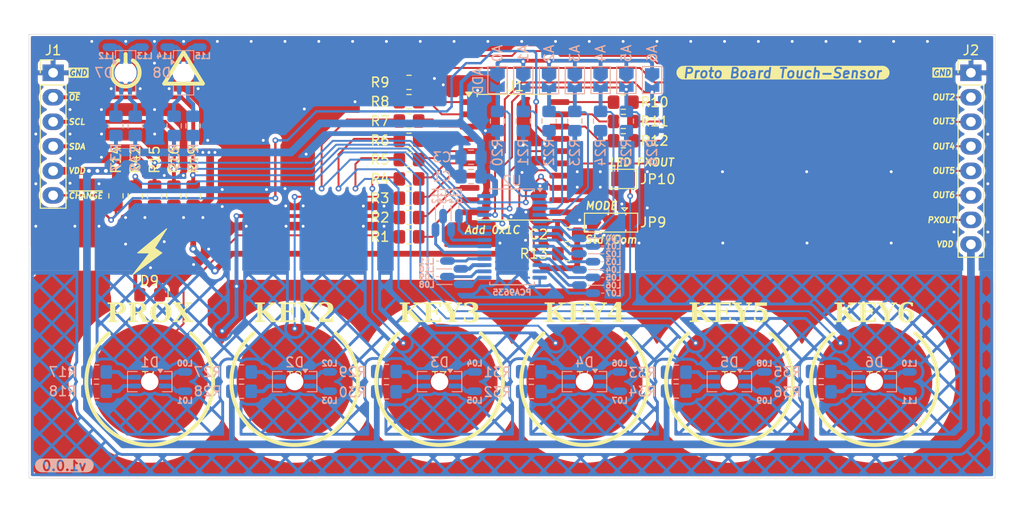
<source format=kicad_pcb>
(kicad_pcb (version 20241229) (generator "pcbnew") (generator_version "9.0")
  (title_block (title "Proto Board Touch-Sensor Controller") (date "2025-07-19") (rev "1.0.0") (comment 2 "<arnauld.biganzoli@gmail.com>") (comment 3 "Arnauld BIGANZOLI") (comment 4 "PCB layout designer:"))
  (layers (0 "F.Cu" signal) (2 "B.Cu" signal) (13 "F.Paste" user) (15 "B.Paste" user) (5 "F.SilkS" user "F.Silkscreen") (7 "B.SilkS" user "B.Silkscreen") (1 "F.Mask" user) (3 "B.Mask" user) (25 "Edge.Cuts" user))
  (net 0 "")
  (net 1 "Net-(U1-KEY0)")
  (net 2 "/KEY2")
  (net 3 "Net-(U1-KEY2)")
  (net 4 "Net-(U1-KEY3)")
  (net 5 "/KEY3")
  (net 6 "/KEY4")
  (net 7 "Net-(U1-KEY4)")
  (net 8 "Net-(U1-KEY5)")
  (net 9 "/KEY5")
  (net 10 "Net-(U1-KEY6)")
  (net 11 "/KEY6")
  (net 12 "Net-(U1-KEY7)")
  (net 13 "Net-(U1-KEY8)")
  (net 14 "Net-(U1-KEY9)")
  (net 15 "Net-(U1-KEY10)")
  (net 16 "Net-(U1-KEY11)")
  (net 17 "Net-(U1-~{RESET})")
  (net 18 "VDD")
  (net 19 "/~{CHANGE}")
  (net 20 "/SDA")
  (net 21 "/SCL")
  (net 22 "GND")
  (net 23 "Net-(D1-A2)")
  (net 24 "Net-(D1-A1)")
  (net 25 "/LED-Driver-PCA9635/LED1")
  (net 26 "/LED-Driver-PCA9635/LED6")
  (net 27 "/LED-Driver-PCA9635/LED15")
  (net 28 "/LED-Driver-PCA9635/LED10")
  (net 29 "/LED-Driver-PCA9635/A5")
  (net 30 "/LED-Driver-PCA9635/LED5")
  (net 31 "/LED-Driver-PCA9635/A3")
  (net 32 "/LED-Driver-PCA9635/LED9")
  (net 33 "/LED-Driver-PCA9635/A2")
  (net 34 "/LED-Driver-PCA9635/A6")
  (net 35 "/LED-Driver-PCA9635/LED4")
  (net 36 "/LED-Driver-PCA9635/A4")
  (net 37 "/LED-Driver-PCA9635/LED3")
  (net 38 "/LED-Driver-PCA9635/LED11")
  (net 39 "/LED-Driver-PCA9635/LED12")
  (net 40 "/LED-Driver-PCA9635/LED0")
  (net 41 "/LED-Driver-PCA9635/A0")
  (net 42 "/LED-Driver-PCA9635/LED2")
  (net 43 "/LED-Driver-PCA9635/LED7")
  (net 44 "/LED-Driver-PCA9635/LED8")
  (net 45 "/LED-Driver-PCA9635/LED13")
  (net 46 "/LED-Driver-PCA9635/A1")
  (net 47 "/LED-Driver-PCA9635/LED14")
  (net 48 "Net-(D2-A2)")
  (net 49 "Net-(D2-A1)")
  (net 50 "Net-(D3-A2)")
  (net 51 "Net-(D3-A1)")
  (net 52 "Net-(D4-A1)")
  (net 53 "Net-(D4-A2)")
  (net 54 "Net-(D5-A1)")
  (net 55 "Net-(D5-A2)")
  (net 56 "Net-(D6-A2)")
  (net 57 "Net-(D6-A1)")
  (net 58 "Net-(D7-A2)")
  (net 59 "Net-(D7-A1)")
  (net 60 "Net-(D8-A2)")
  (net 61 "Net-(D8-A1)")
  (net 62 "/~{OE}")
  (net 63 "/K1_GUARD")
  (net 64 "Net-(D9-A)")
  (net 65 "Net-(JP9-C)")
  (net 66 "/PROX")
  (net 67 "/GUARD_KEY")
  (net 68 "/OUT2")
  (net 69 "/OUT3")
  (net 70 "/OUT4")
  (net 71 "/OUT5")
  (net 72 "/OUT6")
  (net 73 "Net-(JP10-B)")
  (net 74 "/PXOUT")
  (footprint "My_Pads:Touch_12mm_round" (layer "F.Cu") (at 132.5 90)
    (property "Reference" "T5")
    (property "Value" "~")
  )
  (footprint "Resistor_SMD:R_0805_2012Metric_Pad1.20x1.40mm_HandSolder" (layer "F.Cu") (at 69 70.75 90)
    (property "Reference" "R14")
    (property "Value" "10k")
  )
  (footprint "My_Pads:Touch_12mm_round" (layer "F.Cu") (at 147.5 90)
    (property "Reference" "T6")
    (property "Value" "~")
  )
  (footprint "Resistor_SMD:R_0805_2012Metric_Pad1.20x1.40mm_HandSolder" (layer "F.Cu") (at 73 70.75 -90)
    (property "Reference" "R15")
    (property "Value" "4k7")
  )
  (footprint "My_Pads:Touch_12mm_round" (layer "F.Cu") (at 72.5 90)
    (property "Reference" "T1")
    (property "Value" "~")
  )
  (footprint "Resistor_SMD:R_0805_2012Metric_Pad1.20x1.40mm_HandSolder" (layer "F.Cu") (at 121.512884 61.043847)
    (property "Reference" "R10")
    (property "Value" "R")
  )
  (footprint "Connector_PinHeader_2.54mm:PinHeader_1x06_P2.54mm_Vertical" (layer "F.Cu") (at 62.5 58)
    (property "Reference" "J1")
    (property "Value" "Input")
  )
  (footprint "Resistor_SMD:R_0805_2012Metric_Pad1.20x1.40mm_HandSolder" (layer "F.Cu") (at 99.335664 58.995235 180)
    (property "Reference" "R9")
    (property "Value" "R")
  )
  (footprint "Capacitor_SMD:C_0805_2012Metric_Pad1.18x1.45mm_HandSolder" (layer "F.Cu") (at 115.75 74.75 180)
    (property "Reference" "C2")
    (property "Value" "100n")
  )
  (footprint "Resistor_SMD:R_0805_2012Metric_Pad1.20x1.40mm_HandSolder" (layer "F.Cu") (at 115.75 76.75)
    (property "Reference" "R13")
    (property "Value" "10k")
  )
  (footprint "Jumper:SolderJumper-3_P2.0mm_Open_TrianglePad1.0x1.5mm" (layer "F.Cu") (at 120.25 73.5 180)
    (property "Reference" "JP9")
    (property "Value" "Jumper_3_Open")
  )
  (footprint "Resistor_SMD:R_0805_2012Metric_Pad1.20x1.40mm_HandSolder" (layer "F.Cu") (at 71 70.75 -90)
    (property "Reference" "R42")
    (property "Value" "R")
  )
  (footprint "Resistor_SMD:R_0805_2012Metric_Pad1.20x1.40mm_HandSolder" (layer "F.Cu") (at 99.335664 72.995235 180)
    (property "Reference" "R2")
    (property "Value" "R")
  )
  (footprint "Resistor_SMD:R_0805_2012Metric_Pad1.20x1.40mm_HandSolder" (layer "F.Cu") (at 99.335664 60.995235 180)
    (property "Reference" "R8")
    (property "Value" "R")
  )
  (footprint "My_Pads:Touch_12mm_round" (layer "F.Cu") (at 117.5 90)
    (property "Reference" "T4")
    (property "Value" "~")
  )
  (footprint "Resistor_SMD:R_0805_2012Metric_Pad1.20x1.40mm_HandSolder" (layer "F.Cu") (at 75 70.75 -90)
    (property "Reference" "R16")
    (property "Value" "4k7")
  )
  (footprint "Resistor_SMD:R_0805_2012Metric_Pad1.20x1.40mm_HandSolder" (layer "F.Cu") (at 99.335664 68.995235 180)
    (property "Reference" "R4")
    (property "Value" "R")
  )
  (footprint "Resistor_SMD:R_0805_2012Metric_Pad1.20x1.40mm_HandSolder" (layer "F.Cu") (at 121.512884 65.043847)
    (property "Reference" "R12")
    (property "Value" "R")
  )
  (footprint "Resistor_SMD:R_0805_2012Metric_Pad1.20x1.40mm_HandSolder" (layer "F.Cu") (at 99.335664 66.995235 180)
    (property "Reference" "R5")
    (property "Value" "R")
  )
  (footprint "My_Pads:Touch_12mm_round" (layer "F.Cu") (at 87.5 90)
    (property "Reference" "T2")
    (property "Value" "~")
  )
  (footprint "Resistor_SMD:R_0805_2012Metric_Pad1.20x1.40mm_HandSolder" (layer "F.Cu") (at 99.335664 64.995235 180)
    (property "Reference" "R6")
    (property "Value" "R")
  )
  (footprint "Resistor_SMD:R_0805_2012Metric_Pad1.20x1.40mm_HandSolder" (layer "F.Cu") (at 99.335664 62.995235 180)
    (property "Reference" "R7")
    (property "Value" "R")
  )
  (footprint "Jumper:SolderJumper-2_P1.3mm_Open_TrianglePad1.0x1.5mm" (layer "F.Cu") (at 121.5 69)
    (property "Reference" "JP10")
    (property "Value" "SolderJumper_2_Open")
  )
  (footprint "LED_SMD:LED_0805_2012Metric_Pad1.15x1.40mm_HandSolder" (layer "F.Cu") (at 72.5 81 180)
    (property "Reference" "D9")
    (property "Value" "LED")
  )
  (footprint "Resistor_SMD:R_0805_2012Metric_Pad1.20x1.40mm_HandSolder" (layer "F.Cu") (at 99.335664 70.995235 180)
    (property "Reference" "R3")
    (property "Value" "R")
  )
  (footprint "Package_SO:SOIC-20W_7.5x12.8mm_P1.27mm" (layer "F.Cu") (at 110.25 66.75)
    (property "Reference" "U1")
    (property "Value" "AT42QT2120")
  )
  (footprint "Connector_PinHeader_2.54mm:PinHeader_1x08_P2.54mm_Vertical" (layer "F.Cu") (at 157.5 58)
    (property "Reference" "J2")
    (property "Value" "Output")
  )
  (footprint "Resistor_SMD:R_0805_2012Metric_Pad1.20x1.40mm_HandSolder" (layer "F.Cu") (at 99.335664 74.995235 180)
    (property "Reference" "R1")
    (property "Value" "R")
  )
  (footprint "Resistor_SMD:R_0805_2012Metric_Pad1.20x1.40mm_HandSolder" (layer "F.Cu") (at 77 70.75 -90)
    (property "Reference" "R19")
    (property "Value" "10k")
  )
  (footprint "Resistor_SMD:R_0805_2012Metric_Pad1.20x1.40mm_HandSolder" (layer "F.Cu") (at 121.512884 63.043847)
    (property "Reference" "R11")
    (property "Value" "R")
  )
  (footprint "My_Pads:Touch_12mm_round" (layer "F.Cu") (at 102.5 90)
    (property "Reference" "T3")
    (property "Value" "~")
  )
  (footprint "Resistor_SMD:R_0805_2012Metric_Pad1.20x1.40mm_HandSolder" (layer "B.Cu") (at 67 91 180)
    (property "Reference" "R18")
    (property "Value" "R")
  )
  (footprint "My_LED_SMD:LED_SML-822MV8WT86" (layer "B.Cu") (at 76 58 -90)
    (property "Reference" "D8")
    (property "Value" "LED_Dual_AKAK")
  )
  (footprint "Resistor_SMD:R_0805_2012Metric_Pad1.20x1.40mm_HandSolder" (layer "B.Cu") (at 69 63.5 -90)
    (property "Reference" "R37")
    (property "Value" "R")
  )
  (footprint "Resistor_SMD:R_0805_2012Metric_Pad1.20x1.40mm_HandSolder" (layer "B.Cu") (at 97 91.05 180)
    (property "Reference" "R30")
    (property "Value" "R")
  )
  (footprint "Resistor_SMD:R_0805_2012Metric_Pad1.20x1.40mm_HandSolder" (layer "B.Cu") (at 97 88.95 180)
    (property "Reference" "R29")
    (property "Value" "R")
  )
  (footprint "Resistor_SMD:R_0805_2012Metric_Pad1.20x1.40mm_HandSolder" (layer "B.Cu") (at 82 89 180)
    (property "Reference" "R27")
    (property "Value" "R")
  )
  (footprint "Resistor_SMD:R_0805_2012Metric_Pad1.20x1.40mm_HandSolder" (layer "B.Cu") (at 111.166667 63 90)
    (property "Reference" "R21")
    (property "Value" "10k")
  )
  (footprint "Jumper:SolderJumper-2_P1.3mm_Open_TrianglePad1.0x1.5mm" (layer "B.Cu") (at 111.166667 58.75 -90)
    (property "Reference" "A1")
    (property "Value" "SolderJumper_2_Open")
  )
  (footprint "Resistor_SMD:R_0805_2012Metric_Pad1.20x1.40mm_HandSolder" (layer "B.Cu") (at 127 89.025 180)
    (property "Reference" "R33")
    (property "Value" "R")
  )
  (footprint "Resistor_SMD:R_0805_2012Metric_Pad1.20x1.40mm_HandSolder" (layer "B.Cu") (at 116.5 63 90)
    (property "Reference" "R23")
    (property "Value" "10k")
  )
  (footprint "Resistor_SMD:R_0805_2012Metric_Pad1.20x1.40mm_HandSolder" (layer "B.Cu") (at 108.5 63 90)
    (property "Reference" "R20")
    (property "Value" "10k")
  )
  (footprint "My_LED_SMD:LED_SML-822MV8WT86" (layer "B.Cu") (at 72.5 90 180)
    (property "Reference" "D1")
    (property "Value" "LED_Dual_AKAK" (hide yes))
  )
  (footprint "My_LED_SMD:LED_SML-822MV8WT86" (layer "B.Cu") (at 132.5 90 180)
    (property "Reference" "D5")
    (property "Value" "LED_Dual_AKAK")
  )
  (footprint "Resistor_SMD:R_0805_2012Metric_Pad1.20x1.40mm_HandSolder" (layer "B.Cu") (at 142 91.05 180)
    (property "Reference" "R36")
    (property "Value" "R")
  )
  (footprint "Capacitor_SMD:C_0805_2012Metric_Pad1.18x1.45mm_HandSolder" (layer "B.Cu") (at 105.75 66.75 180)
    (property "Reference" "C3")
    (property "Value" "2u2")
  )
  (footprint "Resistor_SMD:R_0805_2012Metric_Pad1.20x1.40mm_HandSolder" (layer "B.Cu") (at 67 89 180)
    (property "Reference" "R17")
    (property "Value" "R")
  )
  (footprint "Resistor_SMD:R_0805_2012Metric_Pad1.20x1.40mm_HandSolder" (layer "B.Cu") (at 121.833333 63 90)
    (property "Reference" "R25")
    (property "Value" "10k")
  )
  (footprint "Resistor_SMD:R_0805_2012Metric_Pad1.20x1.40mm_HandSolder" (layer "B.Cu") (at 112 88.975 180)
    (property "Reference" "R31")
    (property "Value" "R")
  )
  (footprint "My_LED_SMD:LED_SML-822MV8WT86" (layer "B.Cu") (at 117.5 90 180)
    (property "Reference" "D4")
    (property "Value" "LED_Dual_AKAK")
  )
  (footprint "Resistor_SMD:R_0805_2012Metric_Pad1.20x1.40mm_HandSolder" (layer "B.Cu") (at 75.025 63.5 -90)
    (property "Reference" "R39")
    (property "Value" "R")
  )
  (footprint "Jumper:SolderJumper-2_P1.3mm_Open_TrianglePad1.0x1.5mm" (layer "B.Cu") (at 108.5 58.75 -90)
    (property "Reference" "A0")
    (property "Value" "SolderJumper_2_Open")
  )
  (footprint "Jumper:SolderJumper-2_P1.3mm_Open_TrianglePad1.0x1.5mm" (layer "B.Cu") (at 119.166667 58.75 -90)
    (property "Reference" "A4")
    (property "Value" "SolderJumper_2_Open")
  )
  (footprint "Resistor_SMD:R_0805_2012Metric_Pad1.20x1.40mm_HandSolder" (layer "B.Cu") (at 127 90.975 180)
    (property "Reference" "R34")
    (property "Value" "R")
  )
  (footprint "My_LED_SMD:LED_SML-822MV8WT86" (layer "B.Cu") (at 70 58 -90)
    (property "Reference" "D7")
    (property "Value" "LED_Dual_AKAK")
  )
  (footprint "Jumper:SolderJumper-2_P1.3mm_Open_TrianglePad1.0x1.5mm" (layer "B.Cu") (at 124.5 58.75 -90)
    (property "Reference" "A6")
    (property "Value" "SolderJumper_2_Open")
  )
  (footprint "Resistor_SMD:R_0805_2012Metric_Pad1.20x1.40mm_HandSolder" (layer "B.Cu") (at 119.166667 63 90)
    (property "Reference" "R24")
    (property "Value" "10k")
  )
  (footprint "My_LED_SMD:LED_SML-822MV8WT86" (layer "B.Cu") (at 87.5 90 180)
    (property "Reference" "D2")
    (property "Value" "LED_Dual_AKAK")
  )
  (footprint "Resistor_SMD:R_0805_2012Metric_Pad1.20x1.40mm_HandSolder" (layer "B.Cu") (at 82 91 180)
    (property "Reference" "R28")
    (property "Value" "R")
  )
  (footprint "Jumper:SolderJumper-2_P1.3mm_Open_TrianglePad1.0x1.5mm" (layer "B.Cu") (at 121.833333 58.75 -90)
    (property "Reference" "A5")
    (property "Value" "SolderJumper_2_Open")
  )
  (footprint "Resistor_SMD:R_0805_2012Metric_Pad1.20x1.40mm_HandSolder" (layer "B.Cu") (at 124.5 63 90)
    (property "Reference" "R26")
    (property "Value" "10k")
  )
  (footprint "Resistor_SMD:R_0805_2012Metric_Pad1.20x1.40mm_HandSolder" (layer "B.Cu") (at 112 91.025 180)
    (property "Reference" "R32")
    (property "Value" "R")
  )
  (footprint "Resistor_SMD:R_0805_2012Metric_Pad1.20x1.40mm_HandSolder" (layer "B.Cu") (at 76.975 63.5 -90)
    (property "Reference" "R40")
    (property "Value" "R")
  )
  (footprint "My_LED_SMD:LED_SML-822MV8WT86" (layer "B.Cu") (at 147.5 90 180)
    (property "Reference" "D6")
    (property "Value" "LED_Dual_AKAK")
  )
  (footprint "Capacitor_SMD:C_0805_2012Metric_Pad1.18x1.45mm_HandSolder" (layer "B.Cu") (at 105.75 68.75 180)
    (property "Reference" "C1")
    (property "Value" "100n")
  )
  (footprint "Package_SO:TSSOP-28_4.4x9.7mm_P0.65mm" (layer "B.Cu") (at 110 75 180)
    (property "Reference" "U2")
    (property "Value" "PCA9635")
  )
  (footprint "Resistor_SMD:R_0805_2012Metric_Pad1.20x1.40mm_HandSolder" (layer "B.Cu") (at 71 63.5 -90)
    (property "Reference" "R38")
    (property "Value" "R")
  )
  (footprint "Resistor_SMD:R_0805_2012Metric_Pad1.20x1.40mm_HandSolder" (layer "B.Cu") (at 142 88.95 180)
    (property "Reference" "R35")
    (property "Value" "R")
  )
  (footprint "Jumper:SolderJumper-2_P1.3mm_Open_TrianglePad1.0x1.5mm" (layer "B.Cu") (at 113.833333 58.775 -90)
    (property "Reference" "A2")
    (property "Value" "SolderJumper_2_Open")
  )
  (footprint "Resistor_SMD:R_0805_2012Metric_Pad1.20x1.40mm_HandSolder" (layer "B.Cu") (at 113.833333 63 90)
    (property "Reference" "R22")
    (property "Value" "10k")
  )
  (footprint "My_LED_SMD:LED_SML-822MV8WT86" (layer "B.Cu") (at 102.5 90 180)
    (property "Reference" "D3")
    (property "Value" "LED_Dual_AKAK")
  )
  (footprint "Jumper:SolderJumper-2_P1.3mm_Open_TrianglePad1.0x1.5mm" (layer "B.Cu") (at 116.5 58.775 -90)
    (property "Reference" "A3")
    (property "Value" "SolderJumper_2_Open")
  )
  (gr_rect (start 64.154677 57.507332) (end 66.128235 58.471215) (stroke (width 0.1)) (fill no) (layer "F.SilkS"))
  (gr_line (start 70 56.042262) (end 70 56.882792) (stroke (width 0.4)) (layer "F.SilkS"))
  (gr_poly (pts (xy 74.25 74.161538) (xy 71.25 76.661538) (xy 72.5 76.661538) (xy 70.75 78.911538) (xy 73.75 76.661538) (xy 73 76.161538) (xy 74.25 74.161538)) (stroke (width 0.1)) (fill yes) (layer "F.SilkS"))
  (gr_poly (pts (xy 148.360851 58.644064) (xy 148.441071 58.642912) (xy 148.59716 58.605974) (xy 148.739693 58.532402) (xy 148.860215 58.426558) (xy 148.951579 58.294721) (xy 149.008367 58.144709) (xy 149.02721 57.985419) (xy 149.006991 57.826298) (xy 148.94891 57.676782) (xy 148.85641 57.54574) (xy 148.734977 57.440942) (xy 148.591814 57.368604) (xy 148.435411 57.333016) (xy 148.355186 57.332623)) (stroke (width 0.1)) (fill yes) (layer "F.SilkS"))
  (gr_line (start 76 55.875) (end 78 59.125) (stroke (width 0.4)) (layer "F.SilkS"))
  (gr_arc (start 91.749999 85) (mid 87.499999 96.562202) (end 83.25 85) (stroke (width 0.4)) (layer "F.SilkS"))
  (gr_arc (start 136.749999 85) (mid 132.499999 96.562202) (end 128.25 85) (stroke (width 0.4)) (layer "F.SilkS"))
  (gr_arc (start 121.749999 85) (mid 117.499999 96.562202) (end 113.25 85) (stroke (width 0.4)) (layer "F.SilkS"))
  (gr_arc (start 106.749999 85) (mid 102.499999 96.562202) (end 98.25 85) (stroke (width 0.4)) (layer "F.SilkS"))
  (gr_arc (start 76.75 85) (mid 72.5 96.562202) (end 68.250001 85) (stroke (width 0.4)) (layer "F.SilkS"))
  (gr_poly (pts (xy 127.736123 57.332371) (xy 127.655903 57.333523) (xy 127.499814 57.370461) (xy 127.357281 57.444033) (xy 127.236759 57.549877) (xy 127.145395 57.681714) (xy 127.088607 57.831726) (xy 127.069764 57.991016) (xy 127.089983 58.150137) (xy 127.148064 58.299653) (xy 127.240564 58.430695) (xy 127.361997 58.535493) (xy 127.50516 58.607831) (xy 127.661563 58.643419) (xy 127.741788 58.643812)) (stroke (width 0.1)) (fill yes) (layer "F.SilkS"))
  (gr_rect (start 153.556519 57.494226) (end 155.530077 58.458109) (stroke (width 0.1)) (fill no) (layer "F.SilkS"))
  (gr_arc (start 151.749999 85) (mid 147.499999 96.562202) (end 143.25 85) (stroke (width 0.4)) (layer "F.SilkS"))
  (gr_line (start 120.25 74.75) (end 119.75 75.75) (stroke (width 0.1)) (layer "F.SilkS"))
  (gr_arc (start 70.75 56.716521) (mid 70 59.424259) (end 69.25 56.716521) (stroke (width 0.4)) (layer "F.SilkS"))
  (gr_line (start 78 59.125) (end 74 59.125) (stroke (width 0.4)) (layer "F.SilkS"))
  (gr_line (start 76 55.875) (end 74 59.125) (stroke (width 0.4)) (layer "F.SilkS"))
  (gr_line (start 102.177667 79.934007) (end 103.807667 79.934007) (stroke (width 0.1)) (layer "B.SilkS"))
  (gr_line (start 102.886856 71.75) (end 102.886856 72) (stroke (width 0.1)) (layer "B.SilkS"))
  (gr_line (start 117.881432 78.392918) (end 119.511432 78.392918) (stroke (width 0.1)) (layer "B.SilkS"))
  (gr_line (start 117.881432 80.014752) (end 119.511432 80.014752) (stroke (width 0.1)) (layer "B.SilkS"))
  (gr_line (start 117.879344 75.134768) (end 119.509344 75.134768) (stroke (width 0.1)) (layer "B.SilkS"))
  (gr_poly (pts (xy 65.984468 99.337344) (xy 66.064688 99.336192) (xy 66.220777 99.299254) (xy 66.36331 99.225682) (xy 66.483832 99.119838) (xy 66.575196 98.988001) (xy 66.631984 98.837989) (xy 66.650827 98.678699) (xy 66.630608 98.519578) (xy 66.572527 98.370062) (xy 66.480027 98.23902) (xy 66.358594 98.134222) (xy 66.215431 98.061884) (xy 66.059028 98.026296) (xy 65.978803 98.025903)) (stroke (width 0.1)) (fill yes) (layer "B.SilkS"))
  (gr_line (start 119.261432 79.203835) (end 119.511432 79.203835) (stroke (width 0.1)) (layer "B.SilkS"))
  (gr_line (start 102.177667 79.127435) (end 102.427667 79.127435) (stroke (width 0.1)) (layer "B.SilkS"))
  (gr_poly (pts (xy 61.341076 98.023543) (xy 61.260856 98.024695) (xy 61.104767 98.061633) (xy 60.962234 98.135205) (xy 60.841712 98.241049) (xy 60.750348 98.372886) (xy 60.69356 98.522898) (xy 60.674717 98.682188) (xy 60.694936 98.841309) (xy 60.753017 98.990825) (xy 60.845517 99.121867) (xy 60.96695 99.226665) (xy 61.110113 99.299003) (xy 61.266516 99.334591) (xy 61.346741 99.334984)) (stroke (width 0.1)) (fill yes) (layer "B.SilkS"))
  (gr_line (start 103.693428 71.75) (end 103.693428 73.38) (stroke (width 0.1)) (layer "B.SilkS"))
  (gr_line (start 117.879344 76.756602) (end 119.509344 76.756602) (stroke (width 0.1)) (layer "B.SilkS"))
  (gr_line (start 104.5 71.75) (end 104.5 72) (stroke (width 0.1)) (layer "B.SilkS"))
  (gr_line (start 102.177667 77.514291) (end 102.427667 77.514291) (stroke (width 0.1)) (layer "B.SilkS"))
  (gr_line (start 119.259344 75.945685) (end 119.509344 75.945685) (stroke (width 0.1)) (layer "B.SilkS"))
  (gr_line (start 119.259344 77.567519) (end 119.509344 77.567519) (stroke (width 0.1)) (layer "B.SilkS"))
  (gr_line (start 119.261432 80.825669) (end 119.511432 80.825669) (stroke (width 0.1)) (layer "B.SilkS"))
  (gr_line (start 102.080284 71.75) (end 102.080284 73.38) (stroke (width 0.1)) (layer "B.SilkS"))
  (gr_line (start 102.177667 78.320863) (end 103.807667 78.320863) (stroke (width 0.1)) (layer "B.SilkS"))
  (gr_rect (start 60 54) (end 160 100) (stroke (width 0.05)) (fill no) (layer "Edge.Cuts"))
  (gr_text "OUT5" (at 153.439066 68.5 0) (layer "F.SilkS") (effects (font (size 0.6 0.6) (thickness 0.14) (bold yes) (italic yes)) (justify left bottom)))
  (gr_text "~{OE}" (at 64.026173 60.895953 0) (layer "F.SilkS") (effects (font (size 0.6 0.6) (thickness 0.14) (bold yes) (italic yes)) (justify left bottom)))
  (gr_text "VDD" (at 153.861192 76.109987 0) (layer "F.SilkS") (effects (font (size 0.6 0.6) (thickness 0.14) (bold yes) (italic yes)) (justify left bottom)))
  (gr_text "KEY3" (at 102.5 83 0) (layer "F.SilkS") (effects (font (size 2 2) (thickness 0.2) (bold yes))))
  (gr_text "~{CHANGE}" (at 64.026173 71.087989 0) (layer "F.SilkS") (effects (font (size 0.6 0.6) (thickness 0.14) (bold yes) (italic yes)) (justify left bottom)))
  (gr_text "VDD" (at 64.026173 68.5 0) (layer "F.SilkS") (effects (font (size 0.6 0.6) (thickness 0.14) (bold yes) (italic yes)) (justify left bottom)))
  (gr_text "KEY6" (at 147.5 83 0) (layer "F.SilkS") (effects (font (size 2 2) (thickness 0.2) (bold yes))))
  (gr_text "Std" (at 117.427695 75.748607 0) (layer "F.SilkS") (effects (font (size 0.8 0.8) (thickness 0.16) (bold yes) (italic yes)) (justify left bottom)))
  (gr_text "KEY5" (at 132.5 83 0) (layer "F.SilkS") (effects (font (size 2 2) (thickness 0.2) (bold yes))))
  (gr_text "PROX" (at 72.5 83 0) (layer "F.SilkS") (effects (font (size 2 2) (thickness 0.2) (bold yes))))
  (gr_text "KEY2" (at 87.5 83 0) (layer "F.SilkS") (effects (font (size 2 2) (thickness 0.2) (bold yes))))
  (gr_text "OUT4" (at 153.439066 65.979884 0) (layer "F.SilkS") (effects (font (size 0.6 0.6) (thickness 0.14) (bold yes) (italic yes)) (justify left bottom)))
  (gr_text "Proto Board Touch-Sensor" (at 127.619396 58.620623 0) (layer "F.SilkS" knockout) (effects (font (size 1 1) (thickness 0.2) (bold yes) (italic yes)) (justify left bottom)))
  (gr_text "SCL" (at 64.026173 63.431037 0) (layer "F.SilkS") (effects (font (size 0.6 0.6) (thickness 0.14) (bold yes) (italic yes)) (justify left bottom)))
  (gr_text "LED PXOUT" (at 120 67.75 0) (layer "F.SilkS") (effects (font (size 0.8 0.8) (thickness 0.16) (bold yes) (italic yes)) (justify left bottom)))
  (gr_text "OUT2" (at 153.439066 60.881984 0) (layer "F.SilkS") (effects (font (size 0.6 0.6) (thickness 0.14) (bold yes) (italic yes)) (justify left bottom)))
  (gr_text "GND" (at 64.098158 58.376063 0) (layer "F.SilkS" knockout) (effects (font (size 0.6 0.6) (thickness 0.14) (bold yes) (italic yes)) (justify left bottom)))
  (gr_text "OUT3" (at 153.439066 63.373191 0) (layer "F.SilkS") (effects (font (size 0.6 0.6) (thickness 0.14) (bold yes) (italic yes)) (justify left bottom)))
  (gr_text "MODE" (at 117.5 72.25 0) (layer "F.SilkS") (effects (font (size 0.8 0.8) (thickness 0.16) (bold yes) (italic yes)) (justify left bottom)))
  (gr_text "OUT6" (at 153.439066 71.012763 0) (layer "F.SilkS") (effects (font (size 0.6 0.6) (thickness 0.14) (bold yes) (italic yes)) (justify left bottom)))
  (gr_text "PXOUT" (at 152.924214 73.607016 0) (layer "F.SilkS") (effects (font (size 0.6 0.6) (thickness 0.14) (bold yes) (italic yes)) (justify left bottom)))
  (gr_text "GND" (at 153.5 58.362957 0) (layer "F.SilkS" knockout) (effects (font (size 0.6 0.6) (thickness 0.14) (bold yes) (italic yes)) (justify left bottom)))
  (gr_text "KEY4" (at 117.5 83 0) (layer "F.SilkS") (effects (font (size 2 2) (thickness 0.2) (bold yes))))
  (gr_text "Com" (at 120.25 75.75 0) (layer "F.SilkS") (effects (font (size 0.8 0.8) (thickness 0.16) (bold yes) (italic yes)) (justify left bottom)))
  (gr_text "SDA" (at 64.026173 66 0) (layer "F.SilkS") (effects (font (size 0.6 0.6) (thickness 0.14) (bold yes) (italic yes)) (justify left bottom)))
  (gr_text "Add 0x1C" (at 105 74.75 0) (layer "F.SilkS") (effects (font (size 0.8 0.8) (thickness 0.16) (bold yes) (italic yes)) (justify left bottom)))
  (gr_text "L13" (at 102.87001 70.75 90) (layer "B.SilkS") (effects (font (size 0.6 0.6) (thickness 0.15) (bold yes)) (justify mirror)))
  (gr_text "PCA9635" (at 110 80.75 0) (layer "B.SilkS") (effects (font (size 0.6 0.6) (thickness 0.15) (bold yes)) (justify mirror)))
  (gr_text "L01" (at 120.502088 75.974059 0) (layer "B.SilkS") (effects (font (size 0.6 0.6) (thickness 0.15) (bold yes)) (justify mirror)))
  (gr_text "ADD" (at 106.478698 58.862771 90) (layer "B.SilkS") (effects (font (size 1 1) (thickness 0.15) (bold yes)) (justify mirror)))
  (gr_text "L10" (at 101.177667 78.336619 0) (layer "B.SilkS") (effects (font (size 0.6 0.6) (thickness 0.15) (bold yes)) (justify mirror)))
  (gr_text "L03" (at 120.502088 77.597241 0) (layer "B.SilkS") (effects (font (size 0.6 0.6) (thickness 0.15) (bold yes)) (justify mirror)))
  (gr_text "L08" (at 136.122515 88.111192 0) (layer "B.SilkS") (effects (font (size 0.6 0.6) (thickness 0.15) (bold yes)) (justify mirror)))
  (gr_text "L12" (at 102.062347 70.75 90) (layer "B.SilkS") (effects (font (size 0.6 0.6) (thickness 0.15) (bold yes)) (justify mirror)))
  (gr_text "L15" (at 78 56.25 0) (layer "B.SilkS") (effects (font (size 0.6 0.6) (thickness 0.15) (bold yes)) (justify mirror)))
  (gr_text "L00" (at 76.140012 88.096341 0) (layer "B.SilkS") (effects (font (size 0.6 0.6) (thickness 0.15) (bold yes)) (justify mirror)))
  (gr_text "L06" (at 121.148041 88.096018 0) (layer "B.SilkS") (effects (font (size 0.6 0.6) (thickness 0.15) (bold yes)) (justify mirror)))
  (gr_text "L13" (at 71.985335 56.25 0) (layer "B.SilkS") (effects (font (size 0.6 0.6) (thickness 0.15) (bold yes)) (justify mirror)))
  (gr_text "L09" (at 136.122515 91.974708 0) (layer "B.SilkS") (effects (font (size 0.6 0.6) (thickness 0.15) (bold yes)) (justify mirror)))
  (gr_text "L07" (at 120.502088 80.843606 0) (layer "B.SilkS") (effects (font (size 0.6 0.6) (thickness 0.15) (bold yes)) (justify mirror)))
  (gr_text "L02" (at 91.109138 88.103164 0) (layer "B.SilkS") (effects (font (size 0.6 0.6) (thickness 0.15) (bold yes)) (justify mirror)))
  (gr_text "L03" (at 91.109138 91.96668 0) (layer "B.SilkS") (effects (font (size 0.6 0.6) (thickness 0.15) (bold yes)) (justify mirror)))
  (gr_text "L04" (at 120.502088 78.408833 0) (layer "B.SilkS") (effects (font (size 0.6 0.6) (thickness 0.15) (bold yes)) (justify mirror)))
  (gr_text "v1.0.0" (at 66.053199 99.315492 0) (layer "B.SilkS" knockout) (effects (font (size 1 1) (thickness 0.2) (bold yes)) (justify left bottom mirror)))
  (gr_text "L15" (at 104.485335 70.75 90) (layer "B.SilkS") (effects (font (size 0.6 0.6) (thickness 0.15) (bold yes)) (justify mirror)))
  (gr_text "L05" (at 120.502088 79.220424 0) (layer "B.SilkS") (effects (font (size 0.6 0.6) (thickness 0.15) (bold yes)) (justify mirror)))
  (gr_text "L00" (at 120.502088 75.162468 0) (layer "B.SilkS") (effects (font (size 0.6 0.6) (thickness 0.15) (bold yes)) (justify mirror)))
  (gr_text "L06" (at 120.502088 80.032015 0) (layer "B.SilkS") (effects (font (size 0.6 0.6) (thickness 0.15) (bold yes)) (justify mirror)))
  (gr_text "L11" (at 101.177667 77.528956 0) (layer "B.SilkS") (effects (font (size 0.6 0.6) (thickness 0.15) (bold yes)) (justify mirror)))
  (gr_text "L10" (at 151.137947 88.111192 0) (layer "B.SilkS") (effects (font (size 0.6 0.6) (thickness 0.15) (bold yes)) (justify mirror)))
  (gr_text "L09" (at 101.177667 79.144281 0) (layer "B.SilkS") (effects (font (size 0.6 0.6) (thickness 0.15) (bold yes)) (justify mirror)))
  (gr_text "L08" (at 101.177667 79.951944 0) (layer "B.SilkS") (effects (font (size 0.6 0.6) (thickness 0.15) (bold yes)) (justify mirror)))
  (gr_text "L04" (at 106.123073 88.092165 0) (layer "B.SilkS") (effects (font (size 0.6 0.6) (thickness 0.15) (bold yes)) (justify mirror)))
  (gr_text "L02" (at 120.502088 76.78565 0) (layer "B.SilkS") (effects (font (size 0.6 0.6) (thickness 0.15) (bold yes)) (justify mirror)))
  (gr_text "L12" (at 68 56.25 0) (layer "B.SilkS") (effects (font (size 0.6 0.6) (thickness 0.15) (bold yes)) (justify mirror)))
  (gr_text "L05" (at 106.123073 91.955681 0) (layer "B.SilkS") (effects (font (size 0.6 0.6) (thickness 0.15) (bold yes)) (justify mirror)))
  (gr_text "L14" (at 103.677672 70.75 90) (layer "B.SilkS") (effects (font (size 0.6 0.6) (thickness 0.15) (bold yes)) (justify mirror)))
  (gr_text "L14" (at 74 56.25 0) (layer "B.SilkS") (effects (font (size 0.6 0.6) (thickness 0.15) (bold yes)) (justify mirror)))
  (gr_text "L07" (at 121.148041 91.959534 0) (layer "B.SilkS") (effects (font (size 0.6 0.6) (thickness 0.15) (bold yes)) (justify mirror)))
  (gr_text "L11" (at 151.137947 91.974708 0) (layer "B.SilkS") (effects (font (size 0.6 0.6) (thickness 0.15) (bold yes)) (justify mirror)))
  (gr_text "L01" (at 76.140012 91.959857 0) (layer "B.SilkS") (effects (font (size 0.6 0.6) (thickness 0.15) (bold yes)) (justify mirror)))
  (segment (start 104.555 71.195) (end 102 73.75) (width 0.2) (layer "F.Cu") (net 1))
  (segment (start 105.6 71.195) (end 104.555 71.195) (width 0.2) (layer "F.Cu") (net 1))
  (segment (start 101.754765 74.995235) (end 100.335664 74.995235) (width 0.2) (layer "F.Cu") (net 1))
  (segment (start 102 73.75) (end 102 74.75) (width 0.2) (layer "F.Cu") (net 1))
  (segment (start 102 74.75) (end 101.754765 74.995235) (width 0.2) (layer "F.Cu") (net 1))
  (segment (start 87.512841 70.840235) (end 87.5 70.853076) (width 0.2) (layer "F.Cu") (net 2))
  (segment (start 98.180664 70.840235) (end 87.512841 70.840235) (width 0.2) (layer "F.Cu") (net 2))
  (segment (start 87.5 88.749) (end 87.5 84.5) (width 0.2) (layer "F.Cu") (net 2))
  (segment (start 98.335664 70.995235) (end 98.180664 70.840235) (width 0.2) (layer "F.Cu") (net 2))
  (via (at 87.5 70.853076) (size 0.6) (drill 0.3) (layers "F.Cu" "B.Cu") (net 2))
  (via (at 87.5 84.5) (size 0.6) (drill 0.3) (layers "F.Cu" "B.Cu") (net 2))
  (segment (start 87.5 70.853076) (end 87.5 84.5) (width 0.2) (layer "B.Cu") (net 2))
  (segment (start 105.6 68.655) (end 103.595 68.655) (width 0.2) (layer "F.Cu") (net 3))
  (segment (start 103.595 68.655) (end 101.409765 70.840235) (width 0.2) (layer "F.Cu") (net 3))
  (segment (start 100.490664 70.840235) (end 100.335664 70.995235) (width 0.2) (layer "F.Cu") (net 3))
  (segment (start 101.409765 70.840235) (end 100.490664 70.840235) (width 0.2) (layer "F.Cu") (net 3))
  (segment (start 103.115 67.385) (end 101.659765 68.840235) (width 0.2) (layer "F.Cu") (net 4))
  (segment (start 105.6 67.385) (end 103.115 67.385) (width 0.2) (layer "F.Cu") (net 4))
  (segment (start 101.659765 68.840235) (end 100.490664 68.840235) (width 0.2) (layer "F.Cu") (net 4))
  (segment (start 100.490664 68.840235) (end 100.335664 68.995235) (width 0.2) (layer "F.Cu") (net 4))
  (segment (start 98.75 86) (end 101.74041 88.99041) (width 0.2) (layer "F.Cu") (net 5))
  (segment (start 95.909765 68.840235) (end 98.180664 68.840235) (width 0.2) (layer "F.Cu") (net 5))
  (segment (start 95.541646 70) (end 95.541646 69.208354) (width 0.2) (layer "F.Cu") (net 5))
  (segment (start 101.74041 88.99041) (end 101.615411 89.115409) (width 0.2) (layer "F.Cu") (net 5))
  (segment (start 95.541646 69.208354) (end 95.909765 68.840235) (width 0.2) (layer "F.Cu") (net 5))
  (segment (start 98.180664 68.840235) (end 98.335664 68.995235) (width 0.2) (layer "F.Cu") (net 5))
  (via (at 98.75 86) (size 0.6) (drill 0.3) (layers "F.Cu" "B.Cu") (net 5))
  (via (at 95.541646 70) (size 0.6) (drill 0.3) (layers "F.Cu" "B.Cu") (net 5))
  (segment (start 95.545095 82.795095) (end 98.75 86) (width 0.2) (layer "B.Cu") (net 5))
  (segment (start 95.545095 70.003449) (end 95.545095 82.795095) (width 0.2) (layer "B.Cu") (net 5))
  (segment (start 95.541646 70) (end 95.545095 70.003449) (width 0.2) (layer "B.Cu") (net 5))
  (segment (start 94.409765 66.840235) (end 93.791646 67.458354) (width 0.2) (layer "F.Cu") (net 6))
  (segment (start 93.791646 67.458354) (end 93.791646 70) (width 0.2) (layer "F.Cu") (net 6))
  (segment (start 98.335664 66.995235) (end 98.180664 66.840235) (width 0.2) (layer "F.Cu") (net 6))
  (segment (start 98.180664 66.840235) (end 94.409765 66.840235) (width 0.2) (layer "F.Cu") (net 6))
  (via (at 93.791646 70) (size 0.6) (drill 0.3) (layers "F.Cu" "B.Cu") (net 6))
  (via (at 114.5 86) (size 0.6) (drill 0.3) (layers "F.Cu" "B.Cu") (net 6))
  (segment (start 102.202782 84.202782) (end 112.702782 84.202782) (width 0.2) (layer "B.Cu") (net 6))
  (segment (start 98.25 70) (end 98.25 80.25) (width 0.2) (layer "B.Cu") (net 6))
  (segment (start 94.75 69) (end 97.25 69) (width 0.2) (layer "B.Cu") (net 6))
  (segment (start 97.25 69) (end 98.25 70) (width 0.2) (layer "B.Cu") (net 6))
  (segment (start 93.75 70) (end 94.75 69) (width 0.2) (layer "B.Cu") (net 6))
  (segment (start 98.25 80.25) (end 102.202782 84.202782) (width 0.2) (layer "B.Cu") (net 6))
  (segment (start 112.702782 84.202782) (end 114.5 86) (width 0.2) (layer "B.Cu") (net 6))
  (segment (start 100.490664 66.840235) (end 100.335664 66.995235) (width 0.2) (layer "F.Cu") (net 7))
  (segment (start 102.635 66.115) (end 101.909765 66.840235) (width 0.2) (layer "F.Cu") (net 7))
  (segment (start 105.6 66.115) (end 102.635 66.115) (width 0.2) (layer "F.Cu") (net 7))
  (segment (start 101.909765 66.840235) (end 100.490664 66.840235) (width 0.2) (layer "F.Cu") (net 7))
  (segment (start 100.335664 64.995235) (end 100.490664 64.840235) (width 0.2) (layer "F.Cu") (net 8))
  (segment (start 102.985664 64.840235) (end 102.990429 64.845) (width 0.2) (layer "F.Cu") (net 8))
  (segment (start 102.990429 64.845) (end 105.6 64.845) (width 0.2) (layer "F.Cu") (net 8))
  (segment (start 100.490664 64.840235) (end 102.985664 64.840235) (width 0.2) (layer "F.Cu") (net 8))
  (segment (start 92.041646 66.458354) (end 92.041646 69.791646) (width 0.2) (layer "F.Cu") (net 9))
  (segment (start 98.335664 64.995235) (end 98.180664 64.840235) (width 0.2) (layer "F.Cu") (net 9))
  (segment (start 98.180664 64.840235) (end 93.659765 64.840235) (width 0.2) (layer "F.Cu") (net 9))
  (segment (start 131.86541 88.86541) (end 131.615411 89.115409) (width 0.2) (layer "F.Cu") (net 9))
  (segment (start 93.659765 64.840235) (end 92.041646 66.458354) (width 0.2) (layer "F.Cu") (net 9))
  (segment (start 129 86) (end 131.86541 88.86541) (width 0.2) (layer "F.Cu") (net 9))
  (via (at 92.041646 70) (size 0.6) (drill 0.3) (layers "F.Cu" "B.Cu") (net 9))
  (via (at 129 86) (size 0.6) (drill 0.3) (layers "F.Cu" "B.Cu") (net 9))
  (segment (start 99.5 69.5) (end 99.5 79.75) (width 0.2) (layer "B.Cu") (net 9))
  (segment (start 98 68) (end 99.5 69.5) (width 0.2) (layer "B.Cu") (net 9))
  (segment (start 99.5 79.75) (end 103.202782 83.452782) (width 0.2) (layer "B.Cu") (net 9))
  (segment (start 92.041646 70) (end 92.041646 69.958354) (width 0.2) (layer "B.Cu") (net 9))
  (segment (start 94 68) (end 98 68) (width 0.2) (layer "B.Cu") (net 9))
  (segment (start 126.452782 83.452782) (end 129 86) (width 0.2) (layer "B.Cu") (net 9))
  (segment (start 92.041646 69.958354) (end 94 68) (width 0.2) (layer "B.Cu") (net 9))
  (segment (start 103.202782 83.452782) (end 126.452782 83.452782) (width 0.2) (layer "B.Cu") (net 9))
  (segment (start 102.5 63.575) (end 101.765235 62.840235) (width 0.2) (layer "F.Cu") (net 10))
  (segment (start 101.765235 62.840235) (end 100.490664 62.840235) (width 0.2) (layer "F.Cu") (net 10))
  (segment (start 100.490664 62.840235) (end 100.335664 62.995235) (width 0.2) (layer "F.Cu") (net 10))
  (segment (start 105.6 63.575) (end 102.5 63.575) (width 0.2) (layer "F.Cu") (net 10))
  (segment (start 98.180664 62.840235) (end 92.909765 62.840235) (width 0.2) (layer "F.Cu") (net 11))
  (segment (start 144 86) (end 144 86.5) (width 0.2) (layer "F.Cu") (net 11))
  (segment (start 92.909765 62.840235) (end 90.291646 65.458354) (width 0.2) (layer "F.Cu") (net 11))
  (segment (start 144 86.5) (end 146.61541 89.11541) (width 0.2) (layer "F.Cu") (net 11))
  (segment (start 98.335664 62.995235) (end 98.180664 62.840235) (width 0.2) (layer "F.Cu") (net 11))
  (segment (start 90.291646 65.458354) (end 90.291646 69.708354) (width 0.2) (layer "F.Cu") (net 11))
  (via (at 144 86) (size 0.6) (drill 0.3) (layers "F.Cu" "B.Cu") (net 11))
  (via (at 90.291646 70) (size 0.6) (drill 0.3) (layers "F.Cu" "B.Cu") (net 11))
  (segment (start 103.952782 82.702782) (end 140.702782 82.702782) (width 0.2) (layer "B.Cu") (net 11))
  (segment (start 93.25 67) (end 98.434315 67) (width 0.2) (layer "B.Cu") (net 11))
  (segment (start 90.291646 70) (end 90.291646 69.958354) (width 0.2) (layer "B.Cu") (net 11))
  (segment (start 98.434315 67) (end 100.5 69.065685) (width 0.2) (layer "B.Cu") (net 11))
  (segment (start 100.5 69.065685) (end 100.5 79.25) (width 0.2) (layer "B.Cu") (net 11))
  (segment (start 140.702782 82.702782) (end 144 86) (width 0.2) (layer "B.Cu") (net 11))
  (segment (start 100.5 79.25) (end 103.952782 82.702782) (width 0.2) (layer "B.Cu") (net 11))
  (segment (start 90.291646 69.958354) (end 93.25 67) (width 0.2) (layer "B.Cu") (net 11))
  (segment (start 101.265237 60.840235) (end 100.490664 60.840235) (width 0.2) (layer "F.Cu") (net 12))
  (segment (start 100.490664 60.840235) (end 100.335664 60.995235) (width 0.2) (layer "F.Cu") (net 12))
  (segment (start 102.730002 62.305) (end 101.265237 60.840235) (width 0.2) (layer "F.Cu") (net 12))
  (segment (start 105.6 62.305) (end 102.730002 62.305) (width 0.2) (layer "F.Cu") (net 12))
  (segment (start 101.015235 58.840235) (end 100.490664 58.840235) (width 0.2) (layer "F.Cu") (net 13))
  (segment (start 105.6 61.035) (end 103.21 61.035) (width 0.2) (layer "F.Cu") (net 13))
  (segment (start 103.21 61.035) (end 101.015235 58.840235) (width 0.2) (layer "F.Cu") (net 13))
  (segment (start 100.490664 58.840235) (end 100.335664 58.995235) (width 0.2) (layer "F.Cu") (net 13))
  (segment (start 114.9 61.035) (end 120.465 61.035) (width 0.2) (layer "F.Cu") (net 14))
  (segment (start 120.465 61.035) (end 120.5 61) (width 0.4) (layer "F.Cu") (net 14))
  (segment (start 114.9 62.305) (end 118.305 62.305) (width 0.2) (layer "F.Cu") (net 15))
  (segment (start 119.043847 63.043847) (end 120.512884 63.043847) (width 0.2) (layer "F.Cu") (net 15))
  (segment (start 118.305 62.305) (end 119.043847 63.043847) (width 0.2) (layer "F.Cu") (net 15))
  (segment (start 114.9 63.575) (end 117.575 63.575) (width 0.2) (layer "F.Cu") (net 16))
  (segment (start 117.575 63.575) (end 119.043847 65.043847) (width 0.2) (layer "F.Cu") (net 16))
  (segment (start 119.043847 65.043847) (end 120.512884 65.043847) (width 0.2) (layer "F.Cu") (net 16))
  (segment (start 113.6 68.1) (end 112.65 68.1) (width 0.2) (layer "F.Cu") (net 17))
  (segment (start 110.75 73) (end 112.25 74.5) (width 0.2) (layer "F.Cu") (net 17))
  (segment (start 114.9 68.655) (end 114.155 68.655) (width 0.2) (layer "F.Cu") (net 17))
  (segment (start 110.75 70) (end 110.75 73) (width 0.2) (layer "F.Cu") (net 17))
  (segment (start 112.25 74.5) (end 112.25 76) (width 0.2) (layer "F.Cu") (net 17))
  (segment (start 114.155 68.655) (end 113.6 68.1) (width 0.2) (layer "F.Cu") (net 17))
  (segment (start 112.25 76) (end 113 76.75) (width 0.2) (layer "F.Cu") (net 17))
  (segment (start 113 76.75) (end 114.75 76.75) (width 0.2) (layer "F.Cu") (net 17))
  (segment (start 112.65 68.1) (end 110.75 70) (width 0.2) (layer "F.Cu") (net 17))
  (segment (start 77 76.25) (end 77 71.75) (width 0.6) (layer "F.Cu") (net 18))
  (segment (start 118.25 74.5) (end 118.25 74) (width 0.6) (layer "F.Cu") (net 18))
  (segment (start 118 72) (end 116.75 72) (width 0.6) (layer "F.Cu") (net 18))
  (segment (start 116.75 76.75) (end 116.75 78) (width 0.6) (layer "F.Cu") (net 18))
  (segment (start 111.148367 56.749999) (end 113.814548 56.75) (width 0.4) (layer "F.Cu") (net 18))
  (segment (start 116.75 76.75) (end 116.75 74.7875) (width 0.6) (layer "F.Cu") (net 18))
  (segment (start 77 71.75) (end 78 71.75) (width 0.8) (layer "F.Cu") (net 18))
  (segment (start 68.84 68.16) (end 69 68.32) (width 0.8) (layer "F.Cu") (net 18))
  (segment (start 78 71.75) (end 78.75 71) (width 0.8) (layer "F.Cu") (net 18))
  (segment (start 116.5 78.25) (end 113.25 78.25) (width 0.6) (layer "F.Cu") (net 18))
  (segment (start 69 68.32) (end 69 69.75) (width 0.8) (layer "F.Cu") (net 18))
  (segment (start 116.7875 74.75) (end 116.75 74.7125) (width 0.6) (layer "F.Cu") (net 18))
  (segment (start 111.75 76.75) (end 81 76.75) (width 0.6) (layer "F.Cu") (net 18))
  (segment (start 117.5 74.75) (end 116.7875 74.75) (width 0.6) (layer "F.Cu") (net 18))
  (segment (start 118 74.75) (end 118.25 74.5) (width 0.6) (layer "F.Cu") (net 18))
  (segment (start 78.75 66.25) (end 78.625 66.25) (width 0.8) (layer "F.Cu") (net 18))
  (segment (start 118.25 72.25) (end 118 72) (width 0.6) (layer "F.Cu") (net 18))
  (segment (start 113.25 78.25) (end 111.75 76.75) (width 0.6) (layer "F.Cu") (net 18))
  (segment (start 118.25 73.5) (end 118.25 72.25) (width 0.6) (layer "F.Cu") (net 18))
  (segment (start 79.25 66.25) (end 78 66.25) (width 0.8) (layer "F.Cu") (net 18))
  (segment (start 78.75 71) (end 78.75 66.25) (width 0.8) (layer "F.Cu") (net 18))
  (segment (start 73 71.75) (end 75 71.75) (width 0.4) (layer "F.Cu") (net 18))
  (segment (start 116.7875 74.75) (end 118 74.75) (width 0.6) (layer "F.Cu") (net 18))
  (segment (start 113.833333 56.768785) (end 113.833333 56.833333) (width 0.4) (layer "F.Cu") (net 18))
  (segment (start 116.75 78) (end 116.5 78.25) (width 0.6) (layer "F.Cu") (net 18))
  (segment (start 113.814548 56.75) (end 113.833333 56.768785) (width 0.4) (layer "F.Cu") (net 18))
  (segment (start 116.285 72.465) (end 114.9 72.465) (width 0.6) (layer "F.Cu") (net 18))
  (segment (start 62 68.16) (end 68.84 68.16) (width 0.8) (layer "F.Cu") (net 18))
  (segment (start 81 76.75) (end 79.25 78.5) (width 0.6) (layer "F.Cu") (net 18))
  (segment (start 118.25 74) (end 118.25 72.62625) (width 0.6) (layer "F.Cu") (net 18))
  (segment (start 116.75 72) (end 116.285 72.465) (width 0.6) (layer "F.Cu") (net 18))
  (segment (start 78.625 66.25) (end 78 66.25) (width 0.8) (layer "F.Cu") (net 18))
  (segment (start 75 71.75) (end 77 71.75) (width 0.4) (layer "F.Cu") (net 18))
  (segment (start 116.75 74.7875) (end 116.7875 74.75) (width 0.6) (layer "F.Cu") (net 18))
  (via (at 79.25 78.5) (size 0.8) (drill 0.4) (layers "F.Cu" "B.Cu") (net 18))
  (via (at 67.082397 68.163402) (size 0.8) (drill 0.4) (layers "F.Cu" "B.Cu") (net 18))
  (via (at 78 66.25) (size 0.6) (drill 0.3) (layers "F.Cu" "B.Cu") (net 18))
  (via (at 78.625 66.25) (size 0.6) (drill 0.3) (layers "F.Cu" "B.Cu") (net 18))
  (via (at 113.833333 56.833333) (size 0.6) (drill 0.3) (layers "F.Cu" "B.Cu") (net 18))
  (via (at 67.957397 68.163402) (size 0.8) (drill 0.4) (layers "F.Cu" "B.Cu") (net 18))
  (via (at 66.207397 68.163402) (size 0.8) (drill 0.4) (layers "F.Cu" "B.Cu") (net 18))
  (via (at 77 76.25) (size 0.8) (drill 0.4) (layers "F.Cu" "B.Cu") (net 18))
  (via (at 79.25 66.25) (size 0.6) (drill 0.3) (layers "F.Cu" "B.Cu") (net 18))
  (via (at 111.148367 56.833333) (size 0.6) (drill 0.3) (layers "F.Cu" "B.Cu") (net 18))
  (segment (start 111 91.025) (end 111 96.5) (width 0.6) (layer "B.Cu") (net 18))
  (segment (start 121.75 56.75) (end 124.25 56.75) (width 0.4) (layer "B.Cu") (net 18))
  (segment (start 108.25 69.25) (end 107.75 68.75) (width 0.6) (layer "B.Cu") (net 18))
  (segment (start 104.75 63.25) (end 106 64.5) (width 0.8) (layer "B.Cu") (net 18))
  (segment (start 126 91.05) (end 126 96.25) (width 0.6) (layer "B.Cu") (net 18))
  (segment (start 108.75 56.75) (end 111.148366 56.75) (width 0.4) (layer "B.Cu") (net 18))
  (segment (start 126 96.25) (end 126.25 96.5) (width 0.6) (layer "B.Cu") (net 18))
  (segment (start 104.25 63.25) (end 104.75 63.25) (width 0.8) (layer "B.Cu") (net 18))
  (segment (start 111.148366 56.75) (end 111.148367 56.749999) (width 0.4) (layer "B.Cu") (net 18))
  (segment (start 141 91.05) (end 141 93.5) (width 0.6) (layer "B.Cu") (net 18))
  (segment (start 66 68.159998) (end 66.5 68.159998) (width 0.8) (layer "B.Cu") (net 18))
  (segment (start 107.975 70.775) (end 108.25 70.5) (width 0.4) (layer "B.Cu") (net 18))
  (segment (start 76.975 64.5) (end 76.975 66.225) (width 0.4) (layer "B.Cu") (net 18))
  (segment (start 126.25 96.5) (end 141 96.5) (width 0.8) (layer "B.Cu") (net 18))
  (segment (start 96.25 96.5) (end 111 96.5) (width 0.8) (layer "B.Cu") (net 18))
  (segment (start 68.473 67.78171) (end 68.473 68.25) (width 0.4) (layer "B.Cu") (net 18))
  (segment (start 116.5 56.75) (end 119.25 56.75) (width 0.4) (layer "B.Cu") (net 18))
  (segment (start 113.833333 58.55) (end 113.833333 56.833333) (width 0.4) (layer "B.Cu") (net 18))
  (segment (start 81 96.25) (end 81.25 96.5) (width 0.6) (layer "B.Cu") (net 18))
  (segment (start 111.166667 58.525) (end 111.166667 56.768299) (width 0.4) (layer "B.Cu") (net 18))
  (segment (start 81.25 96.5) (end 96.25 96.5) (width 0.8) (layer "B.Cu") (net 18))
  (segment (start 66 91) (end 66 89) (width 0.8) (layer "B.Cu") (net 18))
  (segment (start 68.225 67.525) (end 69.5 66.25) (width 0.8) (layer "B.Cu") (net 18))
  (segment (start 108.5 57) (end 108.75 56.75) (width 0.4) (layer "B.Cu") (net 18))
  (segment (start 90.125 63.25) (end 104.25 63.25) (width 0.8) (layer "B.Cu") (net 18))
  (segment (start 68.225 68.159998) (end 66.5 68.159998) (width 0.8) (layer "B.Cu") (net 18))
  (segment (start 106.7875 65.2875) (end 106 64.5) (width 0.8) (layer "B.Cu") (net 18))
  (segment (start 87.125 66.25) (end 90.125 63.25) (width 0.8) (layer "B.Cu") (net 18))
  (segment (start 69.5 66.25) (end 78 66.25) (width 0.8) (layer "B.Cu") (net 18))
  (segment (start 113.916666 56.75) (end 116.5 56.75) (width 0.4) (layer "B.Cu") (net 18))
  (segment (start 66 69) (end 66 68.159998) (width 0.8) (layer "B.Cu") (net 18))
  (segment (start 68.275 67.699696) (end 68.275 68.159998) (width 0.8) (layer "B.Cu") (net 18))
  (segment (start 104.75 62.75) (end 104.25 63.25) (width 0.4) (layer "B.Cu") (net 18))
  (segment (start 104.75 59) (end 104.75 62.5) (width 0.4) (layer "B.Cu") (net 18))
  (segment (start 75.025 64.5) (end 75.025 66.225) (width 0.4) (layer "B.Cu") (net 18))
  (segment (start 96 91.025) (end 96 96.25) (width 0.6) (layer "B.Cu") (net 18))
  (segment (start 81 91) (end 81 89) (width 0.4) (layer "B.Cu") (net 18))
  (segment (start 116.5 58.55) (end 116.5 56.75) (width 0.4) (layer "B.Cu") (net 18))
  (segment (start 78 66.25) (end 87.125 66.25) (width 0.8) (layer "B.Cu") (net 18))
  (segment (start 141 93.5) (end 141 96.5) (width 0.6) (layer "B.Cu") (net 18))
  (segment (start 119.25 56.75) (end 121.75 56.75) (width 0.4) (layer "B.Cu") (net 18))
  (segment (start 79.25 78.5) (end 77 76.25) (width 0.6) (layer "B.Cu") (net 18))
  (segment (start 157.5 95.25) (end 157.5 76.28) (width 0.8) (layer "B.Cu") (net 18))
  (segment (start 66 91) (end 66 92.75) (width 0.8) (layer "B.Cu") (net 18))
  (segment (start 69.75 96.5) (end 81.25 96.5) (width 0.8) (layer "B.Cu") (net 18))
  (segment (start 121.833333 56.833333) (end 121.75 56.75) (width 0.4) (layer "B.Cu") (net 18))
  (segment (start 119.166667 58.525) (end 119.166667 56.833333) (width 0.4) (layer "B.Cu") (net 18))
  (segment (start 124.5 57) (end 124.5 58.525) (width 0.4) (layer "B.Cu") (net 18))
  (segment (start 106.7875 68.75) (end 106.7875 65.2875) (width 0.8) (layer "B.Cu") (net 18))
  (segment (start 69 66.25) (end 69 66.75) (width 0.8) (layer "B.Cu") (net 18))
  (segment (start 124.5 57) (end 124.25 56.75) (width 0.4) (layer "B.Cu") (net 18))
  (segment (start 105.725 58.025) (end 104.75 59) (width 0.4) (layer "B.Cu") (net 18))
  (segment (start 96 96.25) (end 96.25 96.5) (width 0.6) (layer "B.Cu") (net 18))
  (segment (start 107.75 68.75) (end 106.7875 68.75) (width 0.6) (layer "B.Cu") (net 18))
  (segment (start 104.75 62.5) (end 104.75 62.75) (width 0.4) (layer "B.Cu") (net 18))
  (segment (start 141 91.05) (end 141 88.95) (width 0.4) (layer "B.Cu") (net 18))
  (segment (start 108.5 58.025) (end 105.725 58.025) (width 0.4) (layer "B.Cu") (net 18))
  (segment (start 66 89) (end 66 69) (width 0.8) (layer "B.Cu") (net 18))
  (segment (start 81 91.025) (end 81 96.25) (width 0.6) (layer "B.Cu") (net 18))
  (segment (start 121.833333 58.525) (end 121.833333 56.833333) (width 0.4) (layer "B.Cu") (net 18))
  (segment (start 111 96.5) (end 126.25 96.5) (width 0.8) (layer "B.Cu") (net 18))
  (segment (start 126 89.025) (end 126 90.975) (width 0.4) (layer "B.Cu") (net 18))
  (segment (start 119.166667 56.833333) (end 119.25 56.75) (width 0.4) (layer "B.Cu") (net 18))
  (segment (start 141 96.5) (end 156.25 96.5) (width 0.8) (layer "B.Cu") (net 18))
  (segment (start 108.5 58.525) (end 108.5 57) (width 0.4) (layer "B.Cu") (net 18))
  (segment (start 66 69) (end 66 68.659998) (width 0.8) (layer "B.Cu") (net 18))
  (segment (start 107.1375 70.775) (end 107.975 70.775) (width 0.4) (layer "B.Cu") (net 18))
  (segment (start 111 91.025) (end 111 88.975) (width 0.4) (layer "B.Cu") (net 18))
  (segment (start 66 68.659998) (end 66.5 68.159998) (width 0.8) (layer "B.Cu") (net 18))
  (segment (start 108.25 70.5) (end 108.25 69.25) (width 0.6) (layer "B.Cu") (net 18))
  (segment (start 157.5 76.28) (end 158 75.78) (width 0.8) (layer "B.Cu") (net 18))
  (segment (start 68.275 68.159998) (end 68.225 68.159998) (width 0.8) (layer "B.Cu") (net 18))
  (segment (start 104.75 62.5) (end 104.75 63.25) (width 0.4) (layer "B.Cu") (net 18))
  (segment (start 71 64.5) (end 71 66.25) (width 0.4) (layer "B.Cu") (net 18))
  (segment (start 66 92.75) (end 69.75 96.5) (width 0.8) (layer "B.Cu") (net 18))
  (segment (start 68.225 68.159998) (end 68.225 67.525) (width 0.8) (layer "B.Cu") (net 18))
  (segment (start 69 66.25) (end 69.5 66.25) (width 0.8) (layer "B.Cu") (net 18))
  (segment (start 156.25 96.5) (end 157.5 95.25) (width 0.8) (layer "B.Cu") (net 18))
  (segment (start 111.166667 56.768299) (end 111.148367 56.749999) (width 0.4) (layer "B.Cu") (net 18))
  (segment (start 113.833333 56.833333) (end 113.916666 56.75) (width 0.4) (layer "B.Cu") (net 18))
  (segment (start 69 64.5) (end 69 66.25) (width 0.4) (layer "B.Cu") (net 18))
  (segment (start 96 91.05) (end 96 88.95) (width 0.4) (layer "B.Cu") (net 18))
  (segment (start 67.75 72.5) (end 68.5 73.25) (width 0.25) (layer "F.Cu") (net 19))
  (segment (start 113.939954 64.658054) (end 113.7819 64.5) (width 0.25) (layer "F.Cu") (net 19))
  (segment (start 112.5 63.5) (end 112.5 61) (width 0.25) (layer "F.Cu") (net 19))
  (segment (start 114.1269 64.845) (end 113.939954 64.658054) (width 0.25) (layer "F.Cu") (net 19))
  (segment (start 67.2 70.7) (end 67.75 71.25) (width 0.25) (layer "F.Cu") (net 19))
  (segment (start 114.095 64.845) (end 114 64.75) (width 0.3) (layer "F.Cu") (net 19))
  (segment (start 113.5 64.5) (end 112.5 63.5) (width 0.25) (layer "F.Cu") (net 19))
  (segment (start 62 70.7) (end 67.2 70.7) (width 0.25) (layer "F.Cu") (net 19))
  (segment (start 67.75 71.25) (end 67.75 72.5) (width 0.25) (layer "F.Cu") (net 19))
  (segment (start 68.5 73.25) (end 69 72.75) (width 0.25) (layer "F.Cu") (net 19))
  (segment (start 69 72.75) (end 69 71.75) (width 0.25) (layer "F.Cu") (net 19))
  (segment (start 114.9 64.845) (end 114.095 64.845) (width 0.3) (layer "F.Cu") (net 19))
  (segment (start 113.7819 64.5) (end 113.5 64.5) (width 0.25) (layer "F.Cu") (net 19))
  (segment (start 85.5 65) (end 85.5 71) (width 0.25) (layer "F.Cu") (net 19))
  (segment (start 114.9 64.845) (end 114.1269 64.845) (width 0.25) (layer "F.Cu") (net 19))
  (via (at 85.5 65) (size 0.6) (drill 0.3) (layers "F.Cu" "B.Cu") (net 19))
  (via (at 68.5 73.25) (size 0.6) (drill 0.3) (layers "F.Cu" "B.Cu") (net 19))
  (via (at 112.5 61) (size 0.6) (drill 0.3) (layers "F.Cu" "B.Cu") (net 19))
  (via (at 85.5 71) (size 0.6) (drill 0.3) (layers "F.Cu" "B.Cu") (net 19))
  (segment (start 106.75 57) (end 108 55.75) (width 0.25) (layer "B.Cu") (net 19))
  (segment (start 112.25 55.75) (end 108 55.75) (width 0.25) (layer "B.Cu") (net 19))
  (segment (start 103.75 58.5) (end 105.25 57) (width 0.25) (layer "B.Cu") (net 19))
  (segment (start 86.75 65) (end 89.75 62) (width 0.25) (layer "B.Cu") (net 19))
  (segment (start 105.25 57) (end 106.75 57) (width 0.25) (layer "B.Cu") (net 19))
  (segment (start 89.75 62) (end 103.25 62) (width 0.25) (layer "B.Cu") (net 19))
  (segment (start 108 55.75) (end 107.75 56) (width 0.25) (layer "B.Cu") (net 19))
  (segment (start 103.25 62) (end 103.75 61.5) (width 0.25) (layer "B.Cu") (net 19))
  (segment (start 112.5 61) (end 112.5 57.5) (width 0.25) (layer "B.Cu") (net 19))
  (segment (start 68.5 73.25) (end 70.75 71) (width 0.25) (layer "B.Cu") (net 19))
  (segment (start 85.5 65) (end 86.75 65) (width 0.25) (layer "B.Cu") (net 19))
  (segment (start 103.75 61.5) (end 103.75 58.5) (width 0.25) (layer "B.Cu") (net 19))
  (segment (start 112.5 56) (end 112.25 55.75) (width 0.25) (layer "B.Cu") (net 19))
  (segment (start 112.5 57.5) (end 112.5 56) (width 0.25) (layer "B.Cu") (net 19))
  (segment (start 70.75 71) (end 85.5 71) (width 0.25) (layer "B.Cu") (net 19))
  (segment (start 71.315409 65.62) (end 73.013439 67.31803) (width 0.4) (layer "F.Cu") (net 20))
  (segment (start 114 69.75) (end 113 68.75) (width 0.2) (layer "F.Cu") (net 20))
  (segment (start 114.9 69.925) (end 114.175 69.925) (width 0.2) (layer "F.Cu") (net 20))
  (segment (start 73 67.331469) (end 73.013439 67.31803) (width 0.4) (layer "F.Cu") (net 20))
  (segment (start 62 65.62) (end 71.315409 65.62) (width 0.4) (layer "F.Cu") (net 20))
  (segment (start 114.175 69.925) (end 114 69.75) (width 0.2) (layer "F.Cu") (net 20))
  (segment (start 113 68.75) (end 111.431491 70.318509) (width 0.2) (layer "F.Cu") (net 20))
  (segment (start 111.431491 70.318509) (end 111.431491 71.425) (width 0.2) (layer "F.Cu") (net 20))
  (segment (start 73 69.75) (end 73 67.331469) (width 0.4) (layer "F.Cu") (net 20))
  (via (at 73.013439 67.31803) (size 0.6) (drill 0.3) (layers "F.Cu" "B.Cu") (net 20))
  (via (at 113 68.75) (size 0.6) (drill 0.3) (layers "F.Cu" "B.Cu") (net 20))
  (via (at 111.431491 71.425) (size 0.6) (drill 0.3) (layers "F.Cu" "B.Cu") (net 20))
  (segment (start 107.1375 71.425) (end 105.622056 71.425) (width 0.2) (layer "B.Cu") (net 20))
  (segment (start 107.1375 71.425) (end 111.431491 71.425) (width 0.2) (layer "B.Cu") (net 20))
  (segment (start 102.65 68.452944) (end 102.65 68.202945) (width 0.2) (layer "B.Cu") (net 20))
  (segment (start 91.45 65.05) (end 89.18197 67.31803) (width 0.2) (layer "B.Cu") (net 20))
  (segment (start 99.497055 65.05) (end 91.45 65.05) (width 0.2) (layer "B.Cu") (net 20))
  (segment (start 102.65 68.202945) (end 99.497055 65.05) (width 0.2) (layer "B.Cu") (net 20))
  (segment (start 105.622056 71.425) (end 102.65 68.452944) (width 0.2) (layer "B.Cu") (net 20))
  (segment (start 89.18197 67.31803) (end 73.013439 67.31803) (width 0.2) (layer "B.Cu") (net 20))
  (segment (start 75 69.75) (end 75 68) (width 0.4) (layer "F.Cu") (net 21))
  (segment (start 75 68) (end 74.999998 68) (width 0.4) (layer "F.Cu") (net 21))
  (segment (start 75 64) (end 74.08 63.08) (width 0.4) (layer "F.Cu") (net 21))
  (segment (start 114.9 66.115) (end 111.885 66.115) (width 0.2) (layer "F.Cu") (net 21))
  (segment (start 111.885 66.115) (end 109.75 68.25) (width 0.2) (layer "F.Cu") (net 21))
  (segment (start 75 68) (end 75 64) (width 0.4) (layer "F.Cu") (net 21))
  (segment (start 109.75 68.25) (end 109.75 72.075) (width 0.2) (layer "F.Cu") (net 21))
  (segment (start 74.08 63.08) (end 62 63.08) (width 0.4) (layer "F.Cu") (net 21))
  (via (at 109.75 72.075) (size 0.6) (drill 0.3) (layers "F.Cu" "B.Cu") (net 21))
  (via (at 74.999998 68) (size 0.6) (drill 0.3) (layers "F.Cu" "B.Cu") (net 21))
  (segment (start 89.3 67.95) (end 75.049998 67.95) (width 0.2) (layer "B.Cu") (net 21))
  (segment (start 107.1375 72.075) (end 109.75 72.075) (width 0.2) (layer "B.Cu") (net 21))
  (segment (start 105.706371 72.075) (end 102.25 68.618629) (width 0.2) (layer "B.Cu") (net 21))
  (segment (start 91.8 65.45) (end 89.3 67.95) (width 0.2) (layer "B.Cu") (net 21))
  (segment (start 107.1375 72.075) (end 105.706371 72.075) (width 0.2) (layer "B.Cu") (net 21))
  (segment (start 75.049998 67.95) (end 74.999998 68) (width 0.2) (layer "B.Cu") (net 21))
  (segment (start 99.33137 65.45) (end 91.8 65.45) (width 0.2) (layer "B.Cu") (net 21))
  (segment (start 102.25 68.618629) (end 102.25 68.36863) (width 0.2) (layer "B.Cu") (net 21))
  (segment (start 102.25 68.36863) (end 99.33137 65.45) (width 0.2) (layer "B.Cu") (net 21))
  (via (at 76 73) (size 0.6) (drill 0.3) (layers "F.Cu" "B.Cu") (net 22))
  (via (at 67.25 69.5) (size 0.6) (drill 0.3) (layers "F.Cu" "B.Cu") (net 22))
  (via (at 100.5 54.75) (size 0.6) (drill 0.3) (layers "F.Cu" "B.Cu") (net 22))
  (via (at 113.363993 65.352524) (size 0.6) (drill 0.3) (layers "F.Cu" "B.Cu") (net 22))
  (via (at 84.588661 70.094994) (size 0.6) (drill 0.3) (layers "F.Cu" "B.Cu") (net 22))
  (via (at 76.004115 54.75) (size 0.6) (drill 0.3) (layers "F.Cu" "B.Cu") (net 22))
  (via (at 142.5 54.75) (size 0.6) (drill 0.3) (layers "F.Cu" "B.Cu") (net 22))
  (via (at 93.75 61) (size 0.6) (drill 0.3) (layers "F.Cu" "B.Cu") (net 22))
  (via (at 132 54.75) (size 0.6) (drill 0.3) (layers "F.Cu" "B.Cu") (net 22))
  (via (at 73.0095 64.346366) (size 0.6) (drill 0.3) (layers "F.Cu" "B.Cu") (net 22))
  (via (at 123.147021 75.63862) (size 0.6) (drill 0.3) (layers "F.Cu" "B.Cu") (net 22))
  (via (at 70 75.75) (size 0.6) (drill 0.3) (layers "F.Cu" "B.Cu") (net 22))
  (via (at 64.25 61.81001) (size 0.6) (drill 0.3) (layers "F.Cu" "B.Cu") (net 22))
  (via (at 68.509347 59.645658) (size 0.6) (drill 0.3) (layers "F.Cu" "B.Cu") (net 22))
  (via (at 70 73) (size 0.6) (drill 0.3) (layers "F.Cu" "B.Cu") (net 22))
  (via (at 111.035966 68.326108) (size 0.6) (drill 0.3) (layers "F.Cu" "B.Cu") (net 22))
  (via (at 112.891404 69.728698) (size 0.6) (drill 0.3) (layers "F.Cu" "B.Cu") (net 22))
  (via (at 86.5 70) (size 0.6) (drill 0.3) (layers "F.Cu" "B.Cu") (net 22))
  (via (at 77.509347 59.645658) (size 0.6) (drill 0.3) (layers "F.Cu" "B.Cu") (net 22))
  (via (at 66.5 54.75) (size 0.6) (drill 0.3) (layers "F.Cu" "B.Cu") (net 22))
  (via (at 77.040097 77.864907) (size 0.6) (drill 0.3) (layers "F.Cu" "B.Cu") (net 22))
  (via (at 149.25 75.639935) (size 0.6) (drill 0.3) (layers "F.Cu" "B.Cu") (net 22))
  (via (at 70.019456 54.75) (size 0.6) (drill 0.3) (layers "F.Cu" "B.Cu") (net 22))
  (via (at 86.606593 73.899434) (size 0.6) (drill 0.3) (layers "F.Cu" "B.Cu") (net 22))
  (via (at 111.4 75.35) (size 0.6) (drill 0.3) (layers "F.Cu" "B.Cu") (net 22))
  (via (at 119.136463 69.853579) (size 0.6) (drill 0.3) (layers "F.Cu" "B.Cu") (net 22))
  (via (at 67.5 66.75) (size 0.6) (drill 0.3) (layers "F.Cu" "B.Cu") (net 22))
  (via (at 128.5 54.75) (size 0.6) (drill 0.3) (layers "F.Cu" "B.Cu") (net 22))
  (via (at 108.75 75.650255) (size 0.6) (drill 0.3) (layers "F.Cu" "B.Cu") (net 22))
  (via (at 94.611343 71.806903) (size 0.6) (drill 0.3) (layers "F.Cu" "B.Cu") (net 22))
  (via (at 107.5 54.75) (size 0.6) (drill 0.3) (layers "F.Cu" "B.Cu") (net 22))
  (via (at 125 54.75) (size 0.6) (drill 0.3) (layers "F.Cu" "B.Cu") (net 22))
  (via (at 67.5 61.81001) (size 0.6) (drill 0.3) (layers "F.Cu" "B.Cu") (net 22))
  (via (at 86.578095 71.800054) (size 0.6) (drill 0.3) (layers "F.Cu" "B.Cu") (net 22))
  (via (at 97 54.75) (size 0.6) (drill 0.3) (layers "F.Cu" "B.Cu") (net 22))
  (via (at 84.25 65) (size 0.6) (drill 0.3) (layers "F.Cu" "B.Cu") (net 22))
  (via (at 90 54.75) (size 0.6) (drill 0.3) (layers "F.Cu" "B.Cu") (net 22))
  (via (at 72.989586 57) (size 0.6) (drill 0.3) (layers "F.Cu" "B.Cu") (net 22))
  (via (at 111.431491 72.430032) (size 0.6) (drill 0.3) (layers "F.Cu" "B.Cu") (net 22))
  (via (at 67.25 73.899434) (size 0.6) (drill 0.3) (layers "F.Cu" "B.Cu") (net 22))
  (via (at 60.707252 73.899434) (size 0.6) (drill 0.3) (layers "F.Cu" "B.Cu") (net 22))
  (via (at 104 54.75) (size 0.6) (drill 0.3) (layers "F.Cu" "B.Cu") (net 22))
  (via (at 106.434703 59.823324) (size 0.6) (drill 0.3) (layers "F.Cu" "B.Cu") (net 22))
  (via (at 72 73) (size 0.6) (drill 0.3) (layers "F.Cu" "B.Cu") (net 22))
  (via (at 111 54.75) (size 0.6) (drill 0.3) (layers "F.Cu" "B.Cu") (net 22))
  (via (at 149.5 54.75) (size 0.6) (drill 0.3) (layers "F.Cu" "B.Cu") (net 22))
  (via (at 88.5 61.75) (size 0.6) (drill 0.3) (layers "F.Cu" "B.Cu") (net 22))
  (via (at 159.25 64.370292) (size 0.6) (drill 0.3) (layers "F.Cu" "B.Cu") (net 22))
  (via (at 78 73) (size 0.6) (drill 0.3) (layers "F.Cu" "B.Cu") (net 22))
  (via (at 74 68.636006) (size 0.6) (drill 0.3) (layers "F.Cu" "B.Cu") (net 22))
  (via (at 107.25 64) (size 0.6) (drill 0.3) (layers "F.Cu" "B.Cu") (net 22))
  (via (at 124 72) (size 0.6) (drill 0.3) (layers "F.Cu" "B.Cu") (net 22))
  (via (at 94.611343 73.899434) (size 0.6) (drill 0.3) (layers "F.Cu" "B.Cu") (net 22))
  (via (at 153 54.75) (size 0.6) (drill 0.3) (layers "F.Cu" "B.Cu") (net 22))
  (via (at 78.598008 76.268998) (size 0.6) (drill 0.3) (layers "F.Cu" "B.Cu") (net 22))
  (via (at 67.5095 64.346366) (size 0.6) (drill 0.3) (layers "F.Cu" "B.Cu") (net 22))
  (via (at 74.509347 59.645658) (size 0.6) (drill 0.3) (layers "F.Cu" "B.Cu") (net 22))
  (via (at 118 54.75) (size 0.6) (drill 0.3) (layers "F.Cu" "B.Cu") (net 22))
  (via (at 82.483828 73.899434) (size 0.6) (drill 0.3) (layers "F.Cu" "B.Cu") (net 22))
  (via (at 79.5 54.75) (size 0.6) (drill 0.3) (layers "F.Cu" "B.Cu") (net 22))
  (via (at 117 73.25) (size 0.6) (drill 0.3) (layers "F.Cu" "B.Cu") (net 22))
  (via (at 80 70.094994) (size 0.6) (drill 0.3) (layers "F.Cu" "B.Cu") (net 22))
  (via (at 71.509347 59.645658) (size 0.6) (drill 0.3) (layers "F.Cu" "B.Cu") (net 22))
  (via (at 74 75.5) (size 0.6) (drill 0.3) (layers "F.Cu" "B.Cu") (net 22))
  (via (at 80 71.858786) (size 0.6) (drill 0.3) (layers "F.Cu" "B.Cu") (net 22))
  (via (at 64.25 64.346366) (size 0.6) (drill 0.3) (layers "F.Cu" "B.Cu") (net 22))
  (via (at 88.382992 71.790554) (size 0.6) (drill 0.3) (layers "F.Cu" "B.Cu") (net 22))
  (via (at 131.784527 68.25) (size 0.6) (drill 0.3) (layers "F.Cu" "B.Cu") (net 22))
  (via (at 72.989586 54.75) (size 0.6) (drill 0.3) (layers "F.Cu" "B.Cu") (net 22))
  (via (at 64.75 73.899434) (size 0.6) (drill 0.3) (layers "F.Cu" "B.Cu") (net 22))
  (via (at 60.707252 69.5) (size 0.6) (drill 0.3) (layers "F.Cu" "B.Cu") (net 22))
  (via (at 64.25 66.870385) (size 0.6) (drill 0.3) (layers "F.Cu" "B.Cu") (net 22))
  (via (at 111.161631 65.505125) (size 0.6) (drill 0.3) (layers "F.Cu" "B.Cu") (net 22))
  (via (at 86.5 54.75) (size 0.6) (drill 0.3) (layers "F.Cu" "B.Cu") (net 22))
  (via (at 159.25 69.5) (size 0.6) (drill 0.3) (layers "F.Cu" "B.Cu") (net 22))
  (via (at 88.689531 66.433503) (size 0.6) (drill 0.3) (layers "F.Cu" "B.Cu") (net 22))
  (via (at 113.363993 66.854836) (size 0.6) (drill 0.3) (layers "F.Cu" "B.Cu") (net 22))
  (via (at 60.707252 64.346366) (size 0.6) (drill 0.3) (layers "F.Cu" "B.Cu") (net 22))
  (via (at 73 61.81001) (size 0.6) (drill 0.3) (layers "F.Cu" "B.Cu") (net 22))
  (via (at 75.977987 68.636006) (size 0.6) (drill 0.3) (layers "F.Cu" "B.Cu") (net 22))
  (via (at 121.5 54.75) (size 0.6) (drill 0.3) (layers "F.Cu" "B.Cu") (net 22))
  (via (at 116.751055 68.25) (size 0.6) (drill 0.3) (layers "F.Cu" "B.Cu") (net 22))
  (via (at 119.531417 74.819132) (size 0.6) (drill 0.3) (layers "F.Cu" "B.Cu") (net 22))
  (via (at 101.967573 58.588509) (size 0.6) (drill 0.3) (layers "F.Cu" "B.Cu") (net 22))
  (via (at 140.534526 75.639935) (size 0.6) (drill 0.3) (layers "F.Cu" "B.Cu") (net 22))
  (via (at 121.366686 71.599847) (size 0.6) (drill 0.3) (layers "F.Cu" "B.Cu") (net 22))
  (via (at 89.25 70) (size 0.6) (drill 0.3) (layers "F.Cu" "B.Cu") (net 22))
  (via (at 108.25 65.75) (size 0.6) (drill 0.3) (layers "F.Cu" "B.Cu") (net 22))
  (via (at 71 67.5) (size 0.6) (drill 0.3) (layers "F.Cu" "B.Cu") (net 22))
  (via (at 139 54.75) (size 0.6) (drill 0.3) (layers "F.Cu" "B.Cu") (net 22))
  (via (at 88.373492 73.899434) (size 0.6) (drill 0.3) (layers "F.Cu" "B.Cu") (net 22))
  (via (at 119.136463 68.25) (size 0.6) (drill 0.3) (layers "F.Cu" "B.Cu") (net 22))
  (via (at 146 54.75) (size 0.6) (drill 0.3) (layers "F.Cu" "B.Cu") (net 22))
  (via (at 78.5 65) (size 0.6) (drill 0.3) (layers "F.Cu" "B.Cu") (net 22))
  (via (at 96.75 73.899434) (size 0.6) (drill 0.3) (layers "F.Cu" "B.Cu") (net 22))
  (via (at 96.75 71.806903) (size 0.6) (drill 0.3) (layers "F.Cu" "B.Cu") (net 22))
  (via (at 72.57699 78.197976) (size 0.6) (drill 0.3) (layers "F.Cu" "B.Cu") (net 22))
  (via (at 109.903687 72.929617) (size 0.6) (drill 0.3) (layers "F.Cu" "B.Cu") (net 22))
  (via (at 149.25 68.25) (size 0.6) (drill 0.3) (layers "F.Cu" "B.Cu") (net 22))
  (via (at 114.5 54.75) (size 0.6) (drill 0.3) (layers "F.Cu" "B.Cu") (net 22))
  (via (at 64.25 69.443003) (size 0.6) (drill 0.3) (layers "F.Cu" "B.Cu") (net 22))
  (via (at 135.5 54.75) (size 0.6) (drill 0.3) (layers "F.Cu" "B.Cu") (net 22))
  (via (at 116.751055 69.853579) (size 0.6) (drill 0.3) (layers "F.Cu" "B.Cu") (net 22))
  (via (at 140.5 68.25) (size 0.6) (drill 0.3) (layers "F.Cu" "B.Cu") (net 22))
  (via (at 159.25 74.5) (size 0.6) (drill 0.3) (layers "F.Cu" "B.Cu") (net 22))
  (via (at 93.5 54.75) (size 0.6) (drill 0.3) (layers "F.Cu" "B.Cu") (net 22))
  (via (at 131.819053 75.639935) (size 0.6) (drill 0.3) (layers "F.Cu" "B.Cu") (net 22))
  (via (at 102.879978 59.246528) (size 0.6) (drill 0.3) (layers "F.Cu" "B.Cu") (net 22))
  (via (at 155.75 74.5) (size 0.6) (drill 0.3) (layers "F.Cu" "B.Cu") (net 22))
  (via (at 83 54.75) (size 0.6) (drill 0.3) (layers "F.Cu" "B.Cu") (net 22))
  (via (at 121.484164 75.645715) (size 0.6) (drill 0.3) (layers "F.Cu" "B.Cu") (net 22))
  (via (at 124 68.25) (size 0.6) (drill 0.3) (layers "F.Cu" "B.Cu") (net 22))
  (segment (start 104.25 68.75) (end 103.5 68) (width 0.8) (layer "B.Cu") (net 22))
  (segment (start 104.7125 68.75) (end 104.25 68.75) (width 0.8) (layer "B.Cu") (net 22))
  (segment (start 69.25 91) (end 68 91) (width 0.4) (layer "B.Cu") (net 23))
  (segment (start 69.8 90.45) (end 69.25 91) (width 0.4) (layer "B.Cu") (net 23))
  (segment (start 70.9875 90.45) (end 69.8 90.45) (width 0.4) (layer "B.Cu") (net 23))
  (segment (start 69.8 89.55) (end 70.9875 89.55) (width 0.4) (layer "B.Cu") (net 24))
  (segment (start 68 89) (end 69.25 89) (width 0.4) (layer "B.Cu") (net 24))
  (segment (start 69.25 89) (end 69.8 89.55) (width 0.4) (layer "B.Cu") (net 24))
  (segment (start 114.766041 74.675) (end 116.032394 75.941353) (width 0.3) (layer "B.Cu") (net 25))
  (segment (start 117.998937 75.941353) (end 118.748937 75.941353) (width 0.8) (layer "B.Cu") (net 25))
  (segment (start 117.998937 75.941353) (end 118.00599 75.941353) (width 0.8) (layer "B.Cu") (net 25))
  (segment (start 112.8625 74.675) (end 114.766041 74.675) (width 0.3) (layer "B.Cu") (net 25))
  (segment (start 116.032394 75.941353) (end 118.00599 75.941353) (width 0.3) (layer "B.Cu") (net 25))
  (segment (start 75.25 91) (end 75.75 91) (width 0.4) (layer "B.Cu") (net 25))
  (segment (start 74.7 90.45) (end 75.25 91) (width 0.4) (layer "B.Cu") (net 25))
  (segment (start 75.75 91) (end 76.5 91) (width 0.8) (layer "B.Cu") (net 25))
  (segment (start 74.0125 90.45) (end 74.7 90.45) (width 0.4) (layer "B.Cu") (net 25))
  (segment (start 119.702217 89.560655) (end 120.252217 89.010655) (width 0.4) (layer "B.Cu") (net 26))
  (segment (start 119.014717 89.560655) (end 119.702217 89.560655) (width 0.4) (layer "B.Cu") (net 26))
  (segment (start 120.252217 89.010655) (end 120.752217 89.010655) (width 0.4) (layer "B.Cu") (net 26))
  (segment (start 113.789109 77.925) (end 115.882854 80.018744) (width 0.3) (layer "B.Cu") (net 26))
  (segment (start 116.573927 80.018744) (end 116.592672 79.999999) (width 0.3) (layer "B.Cu") (net 26))
  (segment (start 115.882854 80.018744) (end 116.573927 80.018744) (width 0.3) (layer "B.Cu") (net 26))
  (segment (start 112.8625 77.925) (end 113.789109 77.925) (width 0.3) (layer "B.Cu") (net 26))
  (segment (start 116.592672 79.999999) (end 117.33809 79.999999) (width 0.8) (layer "B.Cu") (net 26))
  (segment (start 120.75883 88.991911) (end 121.50883 88.991911) (width 0.8) (layer "B.Cu") (net 26))
  (segment (start 104.564701 73.30923) (end 104.5 73.244529) (width 0.4) (layer "B.Cu") (net 27))
  (segment (start 107.1375 74.675) (end 104.925 74.675) (width 0.3) (layer "B.Cu") (net 27))
  (segment (start 77.25026 55.349917) (end 78.00026 55.349917) (width 0.8) (layer "B.Cu") (net 27))
  (segment (start 104.925 74.675) (end 104.5 74.25) (width 0.3) (layer "B.Cu") (net 27))
  (segment (start 104.5 74.25) (end 104.5 73.244529) (width 0.3) (layer "B.Cu") (net 27))
  (segment (start 76.45 55.662308) (end 76.45 56.4875) (width 0.4) (layer "B.Cu") (net 27))
  (segment (start 76.743647 55.368661) (end 77.243647 55.368661) (width 0.4) (layer "B.Cu") (net 27))
  (segment (start 76.743647 55.368661) (end 76.45 55.662308) (width 0.4) (layer "B.Cu") (net 27))
  (segment (start 104.5 72.499108) (end 104.5 73.244529) (width 0.8) (layer "B.Cu") (net 27))
  (segment (start 150.744113 88.987868) (end 151.494113 88.987868) (width 0.8) (layer "B.Cu") (net 28))
  (segment (start 105.975304 77.925) (end 107.1375 77.925) (width 0.4) (layer "B.Cu") (net 28))
  (segment (start 105.60071 78.299594) (end 105.975304 77.925) (width 0.4) (layer "B.Cu") (net 28))
  (segment (start 150.2375 89.006612) (end 150.7375 89.006612) (width 0.4) (layer "B.Cu") (net 28))
  (segment (start 149 89.556612) (end 149.6875 89.556612) (width 0.4) (layer "B.Cu") (net 28))
  (segment (start 149.6875 89.556612) (end 150.2375 89.006612) (width 0.4) (layer "B.Cu") (net 28))
  (segment (start 105.098847 78.316497) (end 104.338618 78.316497) (width 0.8) (layer "B.Cu") (net 28))
  (segment (start 105.60071 78.299594) (end 105.10071 78.299594) (width 0.4) (layer "B.Cu") (net 28))
  (segment (start 110 66.75) (end 109 67.75) (width 0.2) (layer "F.Cu") (net 29))
  (segment (start 121.832997 59.529903) (end 111.470097 59.529903) (width 0.2) (layer "F.Cu") (net 29))
  (segment (start 110 61) (end 110 66.75) (width 0.2) (layer "F.Cu") (net 29))
  (segment (start 111.470097 59.529903) (end 110 61) (width 0.2) (layer "F.Cu") (net 29))
  (segment (start 109 67.75) (end 109 73.616623) (width 0.2) (layer "F.Cu") (net 29))
  (via (at 121.825995 59.721654) (size 0.6) (drill 0.3) (layers "F.Cu" "B.Cu") (net 29))
  (via (at 109 73.616623) (size 0.6) (drill 0.3) (layers "F.Cu" "B.Cu") (net 29))
  (segment (start 123.182703 68.669065) (end 123.182703 62.375217) (width 0.2) (layer "B.Cu") (net 29))
  (segment (start 122.88636 62.078874) (end 121.856227 62.078874) (width 0.2) (layer "B.Cu") (net 29))
  (segment (start 123.182703 73.567297) (end 122.75 74) (width 0.2) (layer "B.Cu") (net 29))
  (segment (start 121.833333 59.475) (end 121.833333 62) (width 0.4) (layer "B.Cu") (net 29))
  (segment (start 123.182703 68.669065) (end 123.182703 73.567297) (width 0.2) (layer "B.Cu") (net 29))
  (segment (start 123.182703 62.375217) (end 122.88636 62.078874) (width 0.2) (layer "B.Cu") (net 29))
  (segment (start 107.1375 73.375) (end 108.758377 73.375) (width 0.2) (layer "B.Cu") (net 29))
  (segment (start 108.758377 73.375) (end 109 73.616623) (width 0.2) (layer "B.Cu") (net 29))
  (segment (start 113.873528 77.275) (end 115.812767 79.214239) (width 0.3) (layer "B.Cu") (net 30))
  (segment (start 104.694113 90.45) (end 105.244113 91) (width 0.4) (layer "B.Cu") (net 30))
  (segment (start 105.744113 91) (end 106.494113 91) (width 0.8) (layer "B.Cu") (net 30))
  (segment (start 112.8625 77.275) (end 113.873528 77.275) (width 0.3) (layer "B.Cu") (net 30))
  (segment (start 117.988776 79.214239) (end 118.000435 79.20258) (width 0.3) (layer "B.Cu") (net 30))
  (segment (start 105.244113 91) (end 105.744113 91) (width 0.4) (layer "B.Cu") (net 30))
  (segment (start 118.000435 79.20258) (end 118.750435 79.20258) (width 0.8) (layer "B.Cu") (net 30))
  (segment (start 104.006613 90.45) (end 104.694113 90.45) (width 0.4) (layer "B.Cu") (net 30))
  (segment (start 115.812767 79.214239) (end 117.988776 79.214239) (width 0.3) (layer "B.Cu") (net 30))
  (segment (start 117.566671 62.078874) (end 117.863014 62.375217) (width 0.2) (layer "B.Cu") (net 31))
  (segment (start 117.863014 62.375217) (end 117.863014 69.886986) (width 0.2) (layer "B.Cu") (net 31))
  (segment (start 116.536538 62.078874) (end 117.566671 62.078874) (width 0.2) (layer "B.Cu") (net 31))
  (segment (start 115.025 72.725) (end 112.8625 72.725) (width 0.2) (layer "B.Cu") (net 31))
  (segment (start 116.5 59.5) (end 116.5 62) (width 0.4) (layer "B.Cu") (net 31))
  (segment (start 117.863014 69.886986) (end 115.025 72.725) (width 0.2) (layer "B.Cu") (net 31))
  (segment (start 134.006613 90.45) (end 134.694113 90.45) (width 0.4) (layer "B.Cu") (net 32))
  (segment (start 103.688665 79.126985) (end 102.938665 79.126985) (width 0.8) (layer "B.Cu") (net 32))
  (segment (start 105.774487 79.126985) (end 106.326472 78.575) (width 0.3) (layer "B.Cu") (net 32))
  (segment (start 135.744113 91) (end 136.494113 91) (width 0.8) (layer "B.Cu") (net 32))
  (segment (start 106.326472 78.575) (end 107.1375 78.575) (width 0.3) (layer "B.Cu") (net 32))
  (segment (start 135.244113 91) (end 135.744113 91) (width 0.4) (layer "B.Cu") (net 32))
  (segment (start 134.694113 90.45) (end 135.244113 91) (width 0.4) (layer "B.Cu") (net 32))
  (segment (start 103.688665 79.126985) (end 105.774487 79.126985) (width 0.3) (layer "B.Cu") (net 32))
  (segment (start 114.885084 62.064379) (end 115.181427 62.360722) (width 0.2) (layer "B.Cu") (net 33))
  (segment (start 115.181427 71.568573) (end 114.675 72.075) (width 0.2) (layer "B.Cu") (net 33))
  (segment (start 113.854951 62.064379) (end 114.885084 62.064379) (width 0.2) (layer "B.Cu") (net 33))
  (segment (start 114.675 72.075) (end 112.8625 72.075) (width 0.2) (layer "B.Cu") (net 33))
  (segment (start 115.181427 62.360722) (end 115.181427 71.568573) (width 0.2) (layer "B.Cu") (net 33))
  (segment (start 113.833333 59.5) (end 113.833333 62) (width 0.4) (layer "B.Cu") (net 33))
  (segment (start 123.677569 60) (end 124.5 60) (width 0.2) (layer "F.Cu") (net 34))
  (segment (start 109.25 60.75) (end 111 59) (width 0.2) (layer "F.Cu") (net 34))
  (segment (start 108.242811 67.257189) (end 109.25 66.25) (width 0.2) (layer "F.Cu") (net 34))
  (segment (start 122.677569 59) (end 123.677569 60) (width 0.2) (layer "F.Cu") (net 34))
  (segment (start 111 59) (end 122.677569 59) (width 0.2) (layer "F.Cu") (net 34))
  (segment (start 109.25 66.25) (end 109.25 60.75) (width 0.2) (layer "F.Cu") (net 34))
  (segment (start 108.242811 72.724838) (end 108.242811 67.257189) (width 0.2) (layer "F.Cu") (net 34))
  (via (at 108.242811 72.724838) (size 0.6) (drill 0.3) (layers "F.Cu" "B.Cu") (net 34))
  (via (at 124.5 60) (size 0.6) (drill 0.3) (layers "F.Cu" "B.Cu") (net 34))
  (segment (start 124.5 59.475) (end 124.5 60) (width 0.4) (layer "B.Cu") (net 34))
  (segment (start 124.5 60) (end 124.5 62) (width 0.4) (layer "B.Cu") (net 34))
  (segment (start 124.5 60) (end 124.5 60.25) (width 0.4) (layer "B.Cu") (net 34))
  (segment (start 107.1375 72.725) (end 108.242649 72.725) (width 0.2) (layer "B.Cu") (net 34))
  (segment (start 108.242649 72.725) (end 108.242811 72.724838) (width 0.2) (layer "B.Cu") (net 34))
  (segment (start 104 89.556612) (end 104.6875 89.556612) (width 0.4) (layer "B.Cu") (net 35))
  (segment (start 115.860295 78.413239) (end 116.596366 78.413239) (width 0.3) (layer "B.Cu") (net 35))
  (segment (start 114.072056 76.625) (end 115.860295 78.413239) (width 0.3) (layer "B.Cu") (net 35))
  (segment (start 104.6875 89.556612) (end 105.2375 89.006612) (width 0.4) (layer "B.Cu") (net 35))
  (segment (start 116.424932 78.413239) (end 116.596366 78.413239) (width 0.4) (layer "B.Cu") (net 35))
  (segment (start 105.2375 89.006612) (end 105.7375 89.006612) (width 0.4) (layer "B.Cu") (net 35))
  (segment (start 116.596366 78.413239) (end 117.346366 78.413239) (width 0.8) (layer "B.Cu") (net 35))
  (segment (start 112.8625 76.625) (end 114.072056 76.625) (width 0.3) (layer "B.Cu") (net 35))
  (segment (start 105.744113 88.987868) (end 106.494113 88.987868) (width 0.8) (layer "B.Cu") (net 35))
  (segment (start 120.203657 62.056733) (end 120.5 62.353076) (width 0.2) (layer "B.Cu") (net 36))
  (segment (start 120.5 62.353076) (end 120.5 72.75) (width 0.2) (layer "B.Cu") (net 36))
  (segment (start 119.166667 59.475) (end 119.166667 62) (width 0.4) (layer "B.Cu") (net 36))
  (segment (start 115.021676 73.375) (end 112.8625 73.375) (width 0.2) (layer "B.Cu") (net 36))
  (segment (start 115.896676 74.25) (end 115.021676 73.375) (width 0.2) (layer "B.Cu") (net 36))
  (segment (start 119 74.25) (end 115.896676 74.25) (width 0.2) (layer "B.Cu") (net 36))
  (segment (start 120.5 72.75) (end 119 74.25) (width 0.2) (layer "B.Cu") (net 36))
  (segment (start 119.173524 62.056733) (end 120.203657 62.056733) (width 0.2) (layer "B.Cu") (net 36))
  (segment (start 117.930407 77.639701) (end 117.995108 77.575) (width 0.4) (layer "B.Cu") (net 37))
  (segment (start 89.694113 90.45) (end 90.244113 91) (width 0.4) (layer "B.Cu") (net 37))
  (segment (start 112.8625 75.972516) (end 114.2681 75.972516) (width 0.3) (layer "B.Cu") (net 37))
  (segment (start 90.744113 91) (end 91.494113 91) (width 0.8) (layer "B.Cu") (net 37))
  (segment (start 118.740529 77.575) (end 117.995108 77.575) (width 0.8) (layer "B.Cu") (net 37))
  (segment (start 89.006613 90.45) (end 89.694113 90.45) (width 0.4) (layer "B.Cu") (net 37))
  (segment (start 90.244113 91) (end 90.744113 91) (width 0.4) (layer "B.Cu") (net 37))
  (segment (start 115.870584 77.575) (end 117.995108 77.575) (width 0.3) (layer "B.Cu") (net 37))
  (segment (start 114.2681 75.972516) (end 115.870584 77.575) (width 0.3) (layer "B.Cu") (net 37))
  (segment (start 149.694113 90.45) (end 150.244113 91) (width 0.4) (layer "B.Cu") (net 38))
  (segment (start 150.744113 91) (end 151.494113 91) (width 0.8) (layer "B.Cu") (net 38))
  (segment (start 103.699156 77.5) (end 103.692494 77.493338) (width 0.3) (layer "B.Cu") (net 38))
  (segment (start 149.006613 90.45) (end 149.694113 90.45) (width 0.4) (layer "B.Cu") (net 38))
  (segment (start 150.244113 91) (end 150.744113 91) (width 0.4) (layer "B.Cu") (net 38))
  (segment (start 105.475 77.275) (end 105.25 77.5) (width 0.3) (layer "B.Cu") (net 38))
  (segment (start 107.1375 77.275) (end 105.475 77.275) (width 0.3) (layer "B.Cu") (net 38))
  (segment (start 105.25 77.5) (end 103.699156 77.5) (width 0.3) (layer "B.Cu") (net 38))
  (segment (start 102.947073 77.493338) (end 103.692494 77.493338) (width 0.8) (layer "B.Cu") (net 38))
  (segment (start 102.077012 74.644769) (end 102.077012 73.894769) (width 0.8) (layer "B.Cu") (net 39))
  (segment (start 102.095756 75.752749) (end 102.095756 74.651382) (width 0.3) (layer "B.Cu") (net 39))
  (segment (start 69.55 55.62456) (end 69.55 56.4875) (width 0.4) (layer "B.Cu") (net 39))
  (segment (start 68.75 55.349917) (end 68 55.349917) (width 0.8) (layer "B.Cu") (net 39))
  (segment (start 69.256613 55.331173) (end 69.55 55.62456) (width 0.4) (layer "B.Cu") (net 39))
  (segment (start 107.1375 76.625) (end 102.968007 76.625) (width 0.3) (layer "B.Cu") (net 39))
  (segment (start 102.968007 76.625) (end 102.095756 75.752749) (width 0.3) (layer "B.Cu") (net 39))
  (segment (start 69.256613 55.331173) (end 68.756613 55.331173) (width 0.4) (layer "B.Cu") (net 39))
  (segment (start 74.005887 89.556612) (end 74.693387 89.556612) (width 0.4) (layer "B.Cu") (net 40))
  (segment (start 116.060906 75.121336) (end 116.559491 75.121336) (width 0.3) (layer "B.Cu") (net 40))
  (segment (start 75.75 88.987868) (end 76.5 88.987868) (width 0.8) (layer "B.Cu") (net 40))
  (segment (start 74.693387 89.556612) (end 75.243387 89.006612) (width 0.4) (layer "B.Cu") (net 40))
  (segment (start 112.8625 74.025) (end 114.96457 74.025) (width 0.3) (layer "B.Cu") (net 40))
  (segment (start 116.559491 75.121336) (end 116.589916 75.151761) (width 0.3) (layer "B.Cu") (net 40))
  (segment (start 117.339676 75.152235) (end 116.589916 75.151761) (width 0.8) (layer "B.Cu") (net 40))
  (segment (start 114.96457 74.025) (end 116.060906 75.121336) (width 0.3) (layer "B.Cu") (net 40))
  (segment (start 75.243387 89.006612) (end 75.743387 89.006612) (width 0.4) (layer "B.Cu") (net 40))
  (segment (start 109.75 62.296343) (end 109.453657 62) (width 0.2) (layer "B.Cu") (net 41))
  (segment (start 112.8625 70.775) (end 111.025 70.775) (width 0.2) (layer "B.Cu") (net 41))
  (segment (start 109.75 69.5) (end 109.75 62.296343) (width 0.2) (layer "B.Cu") (net 41))
  (segment (start 108.5 62) (end 108.5 59.475) (width 0.4) (layer "B.Cu") (net 41))
  (segment (start 109.453657 62) (end 108.423524 62) (width 0.2) (layer "B.Cu") (net 41))
  (segment (start 111.025 70.775) (end 109.75 69.5) (width 0.2) (layer "B.Cu") (net 41))
  (segment (start 89.6875 89.556612) (end 90.2375 89.006612) (width 0.4) (layer "B.Cu") (net 42))
  (segment (start 90.2375 89.006612) (end 90.7375 89.006612) (width 0.4) (layer "B.Cu") (net 42))
  (segment (start 89 89.556612) (end 89.6875 89.556612) (width 0.4) (layer "B.Cu") (net 42))
  (segment (start 90.744113 88.987868) (end 91.494113 88.987868) (width 0.8) (layer "B.Cu") (net 42))
  (segment (start 115.670617 76.428104) (end 115.678104 76.428104) (width 0.3) (layer "B.Cu") (net 42))
  (segment (start 116 76.75) (end 116.003595 76.746405) (width 0.3) (layer "B.Cu") (net 42))
  (segment (start 115.678104 76.428104) (end 116 76.75) (width 0.3) (layer "B.Cu") (net 42))
  (segment (start 114.567513 75.325) (end 115.670617 76.428104) (width 0.3) (layer "B.Cu") (net 42))
  (segment (start 112.8625 75.325) (end 114.567513 75.325) (width 0.3) (layer "B.Cu") (net 42))
  (segment (start 116.003595 76.746405) (end 116.590046 76.746405) (width 0.3) (layer "B.Cu") (net 42))
  (segment (start 116.590046 76.746405) (end 117.335974 76.746925) (width 0.8) (layer "B.Cu") (net 42))
  (segment (start 119.70883 90.454043) (end 120.25883 91.004043) (width 0.4) (layer "B.Cu") (net 43))
  (segment (start 118.742027 80.836227) (end 117.996606 80.836227) (width 0.8) (layer "B.Cu") (net 43))
  (segment (start 119.02133 90.454043) (end 119.70883 90.454043) (width 0.4) (layer "B.Cu") (net 43))
  (segment (start 117.931905 80.900928) (end 117.996606 80.836227) (width 0.4) (layer "B.Cu") (net 43))
  (segment (start 115.922519 80.836227) (end 113.661292 78.575) (width 0.3) (layer "B.Cu") (net 43))
  (segment (start 117.996606 80.836227) (end 115.922519 80.836227) (width 0.3) (layer "B.Cu") (net 43))
  (segment (start 113.661292 78.575) (end 112.8625 78.575) (width 0.3) (layer "B.Cu") (net 43))
  (segment (start 117.978833 80.854) (end 117.996606 80.836227) (width 0.4) (layer "B.Cu") (net 43))
  (segment (start 120.25883 91.004043) (end 120.75883 91.004043) (width 0.4) (layer "B.Cu") (net 43))
  (segment (start 120.75883 91.004043) (end 121.50883 91.004043) (width 0.8) (layer "B.Cu") (net 43))
  (segment (start 135.2375 89.006612) (end 135.7375 89.006612) (width 0.4) (layer "B.Cu") (net 44))
  (segment (start 106.525 79.225) (end 105.821015 79.928985) (width 0.3) (layer "B.Cu") (net 44))
  (segment (start 107.1375 79.225) (end 106.525 79.225) (width 0.3) (layer "B.Cu") (net 44))
  (segment (start 134.6875 89.556612) (end 135.2375 89.006612) (width 0.4) (layer "B.Cu") (net 44))
  (segment (start 135.744113 88.987868) (end 136.494113 88.987868) (width 0.8) (layer "B.Cu") (net 44))
  (segment (start 134 89.556612) (end 134.6875 89.556612) (width 0.4) (layer "B.Cu") (net 44))
  (segment (start 105.821015 79.928985) (end 105.101014 79.928985) (width 0.3) (layer "B.Cu") (net 44))
  (segment (start 104.332382 79.911037) (end 105.667617 79.911037) (width 0.8) (layer "B.Cu") (net 44))
  (segment (start 71.25026 55.349917) (end 72.00026 55.349917) (width 0.8) (layer "B.Cu") (net 45))
  (segment (start 70.743647 55.368661) (end 70.45 55.662308) (width 0.4) (layer "B.Cu") (net 45))
  (segment (start 102.881519 75.381519) (end 103.475 75.975) (width 0.3) (layer "B.Cu") (net 45))
  (segment (start 102.866353 73.2407) (end 102.866353 72.4907) (width 0.8) (layer "B.Cu") (net 45))
  (segment (start 70.45 55.662308) (end 70.45 56.4875) (width 0.4) (layer "B.Cu") (net 45))
  (segment (start 103.475 75.975) (end 107.1375 75.975) (width 0.3) (layer "B.Cu") (net 45))
  (segment (start 70.743647 55.368661) (end 71.243647 55.368661) (width 0.4) (layer "B.Cu") (net 45))
  (segment (start 102.881519 73.178553) (end 102.881519 75.381519) (width 0.3) (layer "B.Cu") (net 45))
  (segment (start 111.166667 62) (end 111.166667 59.475) (width 0.4) (layer "B.Cu") (net 46))
  (segment (start 112.5 62.296343) (end 112.5 67) (width 0.2) (layer "B.Cu") (net 46))
  (segment (start 114.25 71.25) (end 114.075 71.425) (width 0.2) (layer "B.Cu") (net 46))
  (segment (start 114.075 71.425) (end 112.8625 71.425) (width 0.2) (layer "B.Cu") (net 46))
  (segment (start 111.173524 62) (end 112.203657 62) (width 0.2) (layer "B.Cu") (net 46))
  (segment (start 114.25 68.75) (end 114.25 71.25) (width 0.2) (layer "B.Cu") (net 46))
  (segment (start 112.5 67) (end 114.25 68.75) (width 0.2) (layer "B.Cu") (net 46))
  (segment (start 112.203657 62) (end 112.5 62.296343) (width 0.2) (layer "B.Cu") (net 46))
  (segment (start 75.256613 55.331173) (end 74.756613 55.331173) (width 0.4) (layer "B.Cu") (net 47))
  (segment (start 103.691959 74.646132) (end 103.691959 73.904377) (width 0.8) (layer "B.Cu") (net 47))
  (segment (start 74.75 55.349917) (end 74 55.349917) (width 0.8) (layer "B.Cu") (net 47))
  (segment (start 103.691959 73.904377) (end 103.691245 73.903663) (width 0.8) (layer "B.Cu") (net 47))
  (segment (start 103.710703 75.152745) (end 103.710703 74.652745) (width 0.3) (layer "B.Cu") (net 47))
  (segment (start 107.1375 75.325) (end 103.882958 75.325) (width 0.3) (layer "B.Cu") (net 47))
  (segment (start 103.882958 75.325) (end 103.710703 75.152745) (width 0.3) (layer "B.Cu") (net 47))
  (segment (start 75.55 55.62456) (end 75.55 56.4875) (width 0.4) (layer "B.Cu") (net 47))
  (segment (start 75.256613 55.331173) (end 75.55 55.62456) (width 0.4) (layer "B.Cu") (net 47))
  (segment (start 84.8 90.45) (end 84.25 91) (width 0.4) (layer "B.Cu") (net 48))
  (segment (start 84.25 91) (end 83 91) (width 0.4) (layer "B.Cu") (net 48))
  (segment (start 85.9875 90.45) (end 84.8 90.45) (width 0.4) (layer "B.Cu") (net 48))
  (segment (start 84.25 89) (end 84.8 89.55) (width 0.4) (layer "B.Cu") (net 49))
  (segment (start 83 89) (end 84.25 89) (width 0.4) (layer "B.Cu") (net 49))
  (segment (start 84.8 89.55) (end 85.9875 89.55) (width 0.4) (layer "B.Cu") (net 49))
  (segment (start 99.263174 91.001741) (end 98.013174 91.001741) (width 0.4) (layer "B.Cu") (net 50))
  (segment (start 99.813174 90.451741) (end 99.263174 91.001741) (width 0.4) (layer "B.Cu") (net 50))
  (segment (start 101.000674 90.451741) (end 99.813174 90.451741) (width 0.4) (layer "B.Cu") (net 50))
  (segment (start 99.813174 89.551741) (end 101.000674 89.551741) (width 0.4) (layer "B.Cu") (net 51))
  (segment (start 98.013174 89.001741) (end 99.263174 89.001741) (width 0.4) (layer "B.Cu") (net 51))
  (segment (start 99.263174 89.001741) (end 99.813174 89.551741) (width 0.4) (layer "B.Cu") (net 51))
  (segment (start 114.254073 89.002756) (end 114.804073 89.552756) (width 0.4) (layer "B.Cu") (net 52))
  (segment (start 114.804073 89.552756) (end 115.991573 89.552756) (width 0.4) (layer "B.Cu") (net 52))
  (segment (start 113.004073 89.002756) (end 114.254073 89.002756) (width 0.4) (layer "B.Cu") (net 52))
  (segment (start 114.804073 90.452756) (end 114.254073 91.002756) (width 0.4) (layer "B.Cu") (net 53))
  (segment (start 114.254073 91.002756) (end 113.004073 91.002756) (width 0.4) (layer "B.Cu") (net 53))
  (segment (start 115.991573 90.452756) (end 114.804073 90.452756) (width 0.4) (layer "B.Cu") (net 53))
  (segment (start 127.975 89) (end 129.225 89) (width 0.4) (layer "B.Cu") (net 54))
  (segment (start 129.775 89.55) (end 130.9625 89.55) (width 0.4) (layer "B.Cu") (net 54))
  (segment (start 129.225 89) (end 129.775 89.55) (width 0.4) (layer "B.Cu") (net 54))
  (segment (start 129.225 91) (end 127.975 91) (width 0.4) (layer "B.Cu") (net 55))
  (segment (start 130.9625 90.45) (end 129.775 90.45) (width 0.4) (layer "B.Cu") (net 55))
  (segment (start 129.775 90.45) (end 129.225 91) (width 0.4) (layer "B.Cu") (net 55))
  (segment (start 144.775 90.45) (end 144.225 91) (width 0.4) (layer "B.Cu") (net 56))
  (segment (start 144.225 91) (end 142.975 91) (width 0.4) (layer "B.Cu") (net 56))
  (segment (start 145.9625 90.45) (end 144.775 90.45) (width 0.4) (layer "B.Cu") (net 56))
  (segment (start 144.225 89) (end 144.775 89.55) (width 0.4) (layer "B.Cu") (net 57))
  (segment (start 142.975 89) (end 144.225 89) (width 0.4) (layer "B.Cu") (net 57))
  (segment (start 144.775 89.55) (end 145.9625 89.55) (width 0.4) (layer "B.Cu") (net 57))
  (segment (start 70.45 60.7) (end 71 61.25) (width 0.4) (layer "B.Cu") (net 58))
  (segment (start 70.45 59.5125) (end 70.45 60.7) (width 0.4) (layer "B.Cu") (net 58))
  (segment (start 71 61.25) (end 71 62.5) (width 0.4) (layer "B.Cu") (net 58))
  (segment (start 69.55 60.7) (end 69.55 59.5125) (width 0.4) (layer "B.Cu") (net 59))
  (segment (start 69 62.5) (end 69 61.25) (width 0.4) (layer "B.Cu") (net 59))
  (segment (start 69 61.25) (end 69.55 60.7) (width 0.4) (layer "B.Cu") (net 59))
  (segment (start 77 61.25) (end 77 62.5) (width 0.4) (layer "B.Cu") (net 60))
  (segment (start 76.45 60.7) (end 77 61.25) (width 0.4) (layer "B.Cu") (net 60))
  (segment (start 76.45 59.5125) (end 76.45 60.7) (width 0.4) (layer "B.Cu") (net 60))
  (segment (start 75 61.25) (end 75.55 60.7) (width 0.4) (layer "B.Cu") (net 61))
  (segment (start 75 62.5) (end 75 61.25) (width 0.4) (layer "B.Cu") (net 61))
  (segment (start 75.55 60.7) (end 75.55 59.5125) (width 0.4) (layer "B.Cu") (net 61))
  (segment (start 62 60.54) (end 75.79 60.54) (width 0.4) (layer "F.Cu") (net 62))
  (segment (start 77 61.75) (end 77 68.559311) (width 0.4) (layer "F.Cu") (net 62))
  (segment (start 77 68.559311) (end 76.959311 68.6) (width 0.4) (layer "F.Cu") (net 62))
  (segment (start 77 68.640689) (end 76.959311 68.6) (width 0.4) (layer "F.Cu") (net 62))
  (segment (start 77 69.75) (end 77 68.640689) (width 0.4) (layer "F.Cu") (net 62))
  (segment (start 75.79 60.54) (end 77 61.75) (width 0.4) (layer "F.Cu") (net 62))
  (via (at 76.959311 68.6) (size 0.6) (drill 0.3) (layers "F.Cu" "B.Cu") (net 62))
  (segment (start 107.1375 74.025) (end 105.775 74.025) (width 0.2) (layer "B.Cu") (net 62))
  (segment (start 105.312501 73.562501) (end 105.312501 72.312501) (width 0.2) (layer "B.Cu") (net 62))
  (segment (start 105.312501 72.312501) (end 101.85 68.85) (width 0.2) (layer "B.Cu") (net 62))
  (segment (start 89.317759 68.616555) (end 76.975866 68.616555) (width 0.2) (layer "B.Cu") (net 62))
  (segment (start 105.775 74.025) (end 105.312501 73.562501) (width 0.2) (layer "B.Cu") (net 62))
  (segment (start 92.084314 65.85) (end 89.317759 68.616555) (width 0.2) (layer "B.Cu") (net 62))
  (segment (start 101.85 68.85) (end 101.85 68.534315) (width 0.2) (layer "B.Cu") (net 62))
  (segment (start 76.975866 68.616555) (end 76.959311 68.6) (width 0.2) (layer "B.Cu") (net 62))
  (segment (start 99.165685 65.85) (end 92.084314 65.85) (width 0.2) (layer "B.Cu") (net 62))
  (segment (start 101.85 68.534315) (end 99.165685 65.85) (width 0.2) (layer "B.Cu") (net 62))
  (segment (start 105.6 69.925) (end 104.075 69.925) (width 0.2) (layer "F.Cu") (net 63))
  (segment (start 101.159765 72.840235) (end 100.490664 72.840235) (width 0.2) (layer "F.Cu") (net 63))
  (segment (start 100.490664 72.840235) (end 100.335664 72.995235) (width 0.2) (layer "F.Cu") (net 63))
  (segment (start 104.075 69.925) (end 101.159765 72.840235) (width 0.2) (layer "F.Cu") (net 63))
  (segment (start 71 71.75) (end 71 80.525) (width 0.4) (layer "F.Cu") (net 64))
  (segment (start 71 80.525) (end 71.475 81) (width 0.4) (layer "F.Cu") (net 64))
  (segment (start 119.945 71.195) (end 120.25 71.5) (width 0.4) (layer "F.Cu") (net 65))
  (segment (start 114.9 71.195) (end 119.945 71.195) (width 0.4) (layer "F.Cu") (net 65))
  (segment (start 120.25 71.5) (end 120.25 72.75) (width 0.4) (layer "F.Cu") (net 65))
  (segment (start 72.5 87.5) (end 76 84) (width 0.2) (layer "F.Cu") (net 66))
  (segment (start 76 80.5) (end 81.659765 74.840235) (width 0.2) (layer "F.Cu") (net 66))
  (segment (start 72.5 88.649) (end 72.5 87.5) (width 0.2) (layer "F.Cu") (net 66))
  (segment (start 76 84) (end 76 80.5) (width 0.2) (layer "F.Cu") (net 66))
  (segment (start 81.659765 74.840235) (end 98.180664 74.840235) (width 0.2) (layer "F.Cu") (net 66))
  (segment (start 98.180664 74.840235) (end 98.335664 74.995235) (width 0.2) (layer "F.Cu") (net 66))
  (segment (start 80.5 81.25) (end 81.25 80.5) (width 0.8) (layer "F.Cu") (net 67))
  (segment (start 80.25 81.25) (end 80.5 81.25) (width 0.8) (layer "F.Cu") (net 67))
  (segment (start 79.366347 81.25) (end 80.25 81.25) (width 0.8) (layer "F.Cu") (net 67))
  (segment (start 111.25 80.75) (end 118 80.75) (width 0.8) (layer "F.Cu") (net 67))
  (segment (start 98.335664 72.995235) (end 98.180664 72.840235) (width 0.4) (layer "F.Cu") (net 67))
  (segment (start 80.491496 80.124851) (end 78.899559 81.716788) (width 0.8) (layer "F.Cu") (net 67))
  (segment (start 80.5 80.124851) (end 80.491496 80.124851) (width 0.8) (layer "F.Cu") (net 67))
  (segment (start 80.5 80.124851) (end 80.766712 79.858139) (width 0.8) (layer "F.Cu") (net 67))
  (segment (start 119.568776 79.181224) (end 119.568776 79.16201) (width 0.8) (layer "F.Cu") (net 67))
  (segment (start 81.485744 72.840235) (end 81.478337 72.847642) (width 0.4) (layer "F.Cu") (net 67))
  (segment (start 118 80.75) (end 119.568776 79.181224) (width 0.8) (layer "F.Cu") (net 67))
  (segment (start 80.766712 79.858139) (end 82.108139 79.858139) (width 0.8) (layer "F.Cu") (net 67))
  (segment (start 98.180664 72.840235) (end 81.485744 72.840235) (width 0.4) (layer "F.Cu") (net 67))
  (segment (start 78.899559 81.716788) (end 79.366347 81.25) (width 0.8) (layer "F.Cu") (net 67))
  (segment (start 81.48333 80.124851) (end 80.5 80.124851) (width 0.8) (layer "F.Cu") (net 67))
  (via (at 81.478337 72.847642) (size 0.6) (drill 0.3) (layers "F.Cu" "B.Cu") (net 67))
  (via (at 80 84.75) (size 0.6) (drill 0.3) (layers "F.Cu" "B.Cu") (net 67))
  (via (at 81.48333 80.124851) (size 0.6) (drill 0.3) (layers "F.Cu" "B.Cu") (net 67))
  (segment (start 81.478337 80.75) (end 81.478337 72.847642) (width 0.4) (layer "B.Cu") (net 67))
  (segment (start 81.478337 83.271663) (end 81.478337 80.75) (width 0.4) (layer "B.Cu") (net 67))
  (segment (start 80 84.75) (end 81.478337 83.271663) (width 0.4) (layer "B.Cu") (net 67))
  (segment (start 110 56.25) (end 110.5 55.75) (width 0.2) (layer "F.Cu") (net 68))
  (segment (start 114.5 55.75) (end 115 56.25) (width 0.2) (layer "F.Cu") (net 68))
  (segment (start 94.75 57.25) (end 95.75 56.25) (width 0.2) (layer "F.Cu") (net 68))
  (segment (start 95.75 56.25) (end 110 56.25) (width 0.2) (layer "F.Cu") (net 68))
  (segment (start 115 56.25) (end 124.25 56.25) (width 0.2) (layer "F.Cu") (net 68))
  (segment (start 124.25 56.25) (end 125 57) (width 0.2) (layer "F.Cu") (net 68))
  (segment (start 151.5 57) (end 155.04 60.54) (width 0.2) (layer "F.Cu") (net 68))
  (segment (start 110.5 55.75) (end 114.5 55.75) (width 0.2) (layer "F.Cu") (net 68))
  (segment (start 125 57) (end 151.5 57) (width 0.2) (layer "F.Cu") (net 68))
  (segment (start 98.180664 60.840235) (end 95.340235 60.840235) (width 0.2) (layer "F.Cu") (net 68))
  (segment (start 95.340235 60.840235) (end 94.75 60.25) (width 0.2) (layer "F.Cu") (net 68))
  (segment (start 94.75 60.25) (end 94.75 57.25) (width 0.2) (layer "F.Cu") (net 68))
  (segment (start 155.04 60.54) (end 158 60.54) (width 0.2) (layer "F.Cu") (net 68))
  (segment (start 98.335664 60.995235) (end 98.180664 60.840235) (width 0.2) (layer "F.Cu") (net 68))
  (segment (start 155.33 63.08) (end 151.25 59) (width 0.2) (layer "F.Cu") (net 69))
  (segment (start 158 63.08) (end 155.33 63.08) (width 0.2) (layer "F.Cu") (net 69))
  (segment (start 96.340235 58.840235) (end 98.180664 58.840235) (width 0.2) (layer "F.Cu") (net 69))
  (segment (start 151.25 59) (end 124.75 59) (width 0.2) (layer "F.Cu") (net 69))
  (segment (start 124.75 59) (end 123.25 57.5) (width 0.2) (layer "F.Cu") (net 69))
  (segment (start 96.25 57.5) (end 96 57.75) (width 0.2) (layer "F.Cu") (net 69))
  (segment (start 123.25 57.5) (end 96.25 57.5) (width 0.2) (layer "F.Cu") (net 69))
  (segment (start 96 57.75) (end 96 58.5) (width 0.2) (layer "F.Cu") (net 69))
  (segment (start 96 58.5) (end 96.340235 58.840235) (width 0.2) (layer "F.Cu") (net 69))
  (segment (start 98.180664 58.840235) (end 98.335664 58.995235) (width 0.2) (layer "F.Cu") (net 69))
  (segment (start 155.62 65.62) (end 158 65.62) (width 0.2) (layer "F.Cu") (net 70))
  (segment (start 122.512884 61.043847) (end 151.043847 61.043847) (width 0.2) (layer "F.Cu") (net 70))
  (segment (start 151.043847 61.043847) (end 155.62 65.62) (width 0.2) (layer "F.Cu") (net 70))
  (segment (start 158 68.16) (end 155.66 68.16) (width 0.2) (layer "F.Cu") (net 71))
  (segment (start 150.543847 63.043847) (end 122.512884 63.043847) (width 0.2) (layer "F.Cu") (net 71))
  (segment (start 155.66 68.16) (end 150.543847 63.043847) (width 0.2) (layer "F.Cu") (net 71))
  (segment (start 149.793847 65.043847) (end 122.512884 65.043847) (width 0.2) (layer "F.Cu") (net 72))
  (segment (start 158 70.7) (end 155.45 70.7) (width 0.2) (layer "F.Cu") (net 72))
  (segment (start 155.45 70.7) (end 149.793847 65.043847) (width 0.2) (layer "F.Cu") (net 72))
  (segment (start 122.225 70.773525) (end 122.225737 70.774262) (width 0.2) (layer "F.Cu") (net 73))
  (segment (start 122.225 69) (end 122.225 70.773525) (width 0.2) (layer "F.Cu") (net 73))
  (segment (start 71 68.75) (end 71 69.75) (width 0.4) (layer "F.Cu") (net 73))
  (via (at 71 68.75) (size 0.6) (drill 0.3) (layers "F.Cu" "B.Cu") (net 73))
  (via (at 122.225737 70.774262) (size 0.6) (drill 0.3) (layers "F.Cu" "B.Cu") (net 73))
  (segment (start 101.25 68.501416) (end 98.999584 66.251) (width 0.2) (layer "B.Cu") (net 73))
  (segment (start 71.75 69.5) (end 71 68.75) (width 0.2) (layer "B.Cu") (net 73))
  (segment (start 122.222704 81.277296) (end 121.5 82) (width 0.2) (layer "B.Cu") (net 73))
  (segment (start 77.5 69.25) (end 77.25 69.5) (width 0.2) (layer "B.Cu") (net 73))
  (segment (start 104.5 82) (end 101.25 78.75) (width 0.2) (layer "B.Cu") (net 73))
  (segment (start 77.25 69.5) (end 71.75 69.5) (width 0.2) (layer "B.Cu") (net 73))
  (segment (start 89.5 69.25) (end 77.5 69.25) (width 0.2) (layer "B.Cu") (net 73))
  (segment (start 101.25 78.75) (end 101.25 68.501416) (width 0.2) (layer "B.Cu") (net 73))
  (segment (start 122.225737 70.774262) (end 122.222704 70.777295) (width 0.2) (layer "B.Cu") (net 73))
  (segment (start 92.499 66.251) (end 89.5 69.25) (width 0.2) (layer "B.Cu") (net 73))
  (segment (start 121.5 82) (end 104.5 82) (width 0.2) (layer "B.Cu") (net 73))
  (segment (start 122.222704 70.777295) (end 122.222704 81.277296) (width 0.2) (layer "B.Cu") (net 73))
  (segment (start 98.999584 66.251) (end 92.499 66.251) (width 0.2) (layer "B.Cu") (net 73))
  (segment (start 114.9 67.385) (end 114.913324 67.398324) (width 0.2) (layer "F.Cu") (net 74))
  (segment (start 149.648324 67.398324) (end 120 67.398324) (width 0.2) (layer "F.Cu") (net 74))
  (segment (start 114.913324 67.398324) (end 120 67.398324) (width 0.2) (layer "F.Cu") (net 74))
  (segment (start 120.775 67.423324) (end 120.775 69) (width 0.2) (layer "F.Cu") (net 74))
  (segment (start 120 67.398324) (end 120.75 67.398324) (width 0.2) (layer "F.Cu") (net 74))
  (segment (start 120.75 67.398324) (end 120.775 67.423324) (width 0.2) (layer "F.Cu") (net 74))
  (segment (start 155.51 73.24) (end 155.5 73.25) (width 0.2) (layer "F.Cu") (net 74))
  (segment (start 155.5 73.25) (end 149.648324 67.398324) (width 0.2) (layer "F.Cu") (net 74))
  (segment (start 158 73.24) (end 155.51 73.24) (width 0.2) (layer "F.Cu") (net 74))
  (zone (net 0) (net_name "") (layer "F.Cu") (connect_pads (clearance 0)) (min_thickness 0.25)
    (keepout (tracks allowed) (vias allowed) (pads allowed) (copperpour not_allowed) (footprints allowed))
    (fill (thermal_gap 0.5) (thermal_bridge_width 0.5))
    (polygon (pts (xy 105.340186 73.25) (xy 105.340186 73.25) (xy 105 73.5) (xy 103.5 73.5) (xy 103 74) (xy 103 72.75) (xy 105.340186 72.75)))
  )
  (zone (net 0) (net_name "") (layer "F.Cu") (connect_pads (clearance 0)) (min_thickness 0.25)
    (keepout (tracks allowed) (vias allowed) (pads allowed) (copperpour not_allowed) (footprints allowed))
    (fill (thermal_gap 0.5) (thermal_bridge_width 0.5))
    (polygon (pts (xy 101.25 57.5) (xy 119.5 57.5) (xy 119.5 60.5) (xy 108.75 60.5) (xy 108.75 58.25) (xy 101.25 58.25)))
  )
  (zone (net 0) (net_name "") (layer "F.Cu") (connect_pads (clearance 0)) (min_thickness 0.25)
    (keepout (tracks allowed) (vias allowed) (pads allowed) (copperpour not_allowed) (footprints allowed))
    (fill (thermal_gap 0.5) (thermal_bridge_width 0.5))
    (polygon (pts (xy 72.75 81.25) (xy 76 81.25) (xy 76 82.25) (xy 72.75 82.25)))
  )
  (zone (net 0) (net_name "") (layer "F.Cu") (connect_pads (clearance 0)) (min_thickness 0.25)
    (keepout (tracks allowed) (vias allowed) (pads allowed) (copperpour not_allowed) (footprints allowed))
    (fill (thermal_gap 0.5) (thermal_bridge_width 0.5))
    (polygon (pts (xy 70.672401 76.608224) (xy 60.172401 76.608224) (xy 60.172401 76.108224) (xy 70.672401 76.108224)))
  )
  (zone (net 0) (net_name "") (layer "F.Cu") (connect_pads (clearance 0)) (min_thickness 0.25)
    (keepout (tracks allowed) (vias allowed) (pads allowed) (copperpour not_allowed) (footprints allowed))
    (fill (thermal_gap 0.5) (thermal_bridge_width 0.5))
    (polygon (pts (xy 159.897355 78.75) (xy 118.897355 78.75) (xy 118.897355 78.25) (xy 159.897355 78.25)))
  )
  (zone (net 0) (net_name "") (layer "F.Cu") (connect_pads (clearance 0)) (min_thickness 0.25)
    (keepout (tracks allowed) (vias allowed) (pads allowed) (copperpour not_allowed) (footprints allowed))
    (fill (thermal_gap 0.5) (thermal_bridge_width 0.5))
    (polygon (pts (xy 89.598008 70.483112) (xy 89.598008 65.233112) (xy 90.098008 65.233112) (xy 90.098008 70.483112)))
  )
  (zone (net 0) (net_name "") (layer "F.Cu") (connect_pads (clearance 0)) (min_thickness 0.25)
    (keepout (tracks allowed) (vias allowed) (pads allowed) (copperpour not_allowed) (footprints allowed))
    (fill (thermal_gap 0.5) (thermal_bridge_width 0.5))
    (polygon (pts (xy 118.430337 76.1547) (xy 118.430337 74.6547) (xy 118.930337 74.6547) (xy 118.930337 76.1547)))
  )
  (zone (net 67) (net_name "/GUARD_KEY") (layer "F.Cu") (priority 1) (connect_pads (clearance 2.4)) (min_thickness 0.25) (fill yes (thermal_gap 0.5) (thermal_bridge_width 0.5) (smoothing fillet) (radius 2))
    (polygon (pts (xy 59 101) (xy 59 78.5) (xy 161 78.5) (xy 161 101)))
  )
  (zone (net 0) (net_name "") (layer "F.Cu") (connect_pads (clearance 0)) (min_thickness 0.25)
    (keepout (tracks allowed) (vias allowed) (pads allowed) (copperpour not_allowed) (footprints allowed))
    (fill (thermal_gap 0.5) (thermal_bridge_width 0.5))
    (polygon (pts (xy 94.25 62.1547) (xy 94.25 60.1547) (xy 94.75 60.1547) (xy 94.75 62.1547)))
  )
  (zone (net 0) (net_name "") (layer "F.Cu") (connect_pads (clearance 0)) (min_thickness 0.25)
    (keepout (tracks allowed) (vias allowed) (pads allowed) (copperpour not_allowed) (footprints allowed))
    (fill (thermal_gap 0.5) (thermal_bridge_width 0.5))
    (polygon (pts (xy 89.598008 65.233112) (xy 92.75 62.139302) (xy 94.25 62.1547) (xy 91.25 65.233112)))
  )
  (zone (net 0) (net_name "") (layer "F.Cu") (connect_pads (clearance 0)) (min_thickness 0.25)
    (keepout (tracks allowed) (vias allowed) (pads allowed) (copperpour not_allowed) (footprints allowed))
    (fill (thermal_gap 0.5) (thermal_bridge_width 0.5))
    (polygon (pts (xy 159.897355 76.599357) (xy 118.897355 76.599357) (xy 118.897355 76.099357) (xy 159.897355 76.099357)))
  )
  (zone (net 0) (net_name "") (layer "F.Cu") (connect_pads (clearance 0)) (min_thickness 0.25)
    (keepout (tracks allowed) (vias allowed) (pads allowed) (copperpour not_allowed) (footprints allowed))
    (fill (thermal_gap 0.5) (thermal_bridge_width 0.5))
    (polygon (pts (xy 159.900501 79.024085) (xy 157.058659 79.024085) (xy 157.058659 78.524085) (xy 159.900501 78.524085)))
  )
  (zone (net 0) (net_name "") (layer "F.Cu") (connect_pads (clearance 0)) (min_thickness 0.25)
    (keepout (tracks allowed) (vias allowed) (pads allowed) (copperpour not_allowed) (footprints allowed))
    (fill (thermal_gap 0.5) (thermal_bridge_width 0.5))
    (polygon (pts (xy 102.5 76.041926) (xy 102.5 74) (xy 103 74) (xy 103 76.041926)))
  )
  (zone (net 22) (net_name "GND") (layers "F.Cu" "B.Cu") (connect_pads (clearance 0.4)) (min_thickness 0.25) (fill yes (thermal_gap 0.5) (thermal_bridge_width 0.5))
    (polygon (pts (xy 57 103) (xy 163 103) (xy 163 51) (xy 57 51)))
  )
  (zone (net 0) (net_name "") (layer "B.Cu") (connect_pads (clearance 0)) (min_thickness 0.25)
    (keepout (tracks allowed) (vias allowed) (pads allowed) (copperpour not_allowed) (footprints allowed))
    (fill (thermal_gap 0.5) (thermal_bridge_width 0.5))
    (polygon (pts (xy 106.481305 66.034678) (xy 104.981305 66.034678) (xy 104.981305 65.534678) (xy 106.481305 65.534678)))
  )
  (zone (net 0) (net_name "") (layer "B.Cu") (connect_pads (clearance 0)) (min_thickness 0.25)
    (keepout (tracks allowed) (vias allowed) (pads allowed) (copperpour not_allowed) (footprints allowed))
    (fill (thermal_gap 0.5) (thermal_bridge_width 0.5))
    (polygon (pts (xy 109.75 69.5) (xy 108.25 69.5) (xy 108.25 69) (xy 109.75 69)))
  )
  (zone (net 22) (net_name "GND") (layer "B.Cu") (priority 1) (connect_pads (clearance 0.5)) (min_thickness 0.25) (fill yes (mode hatch) (thermal_gap 0.5) (thermal_bridge_width 0.25) (hatch_thickness 0.3) (hatch_gap 1.5) (hatch_orientation 45) (hatch_border_algorithm hatch_thickness) (hatch_min_hole_area 0.3))
    (polygon (pts (xy 59 101) (xy 59 78.5) (xy 161 78.5) (xy 161 101)))
  )
)
</source>
